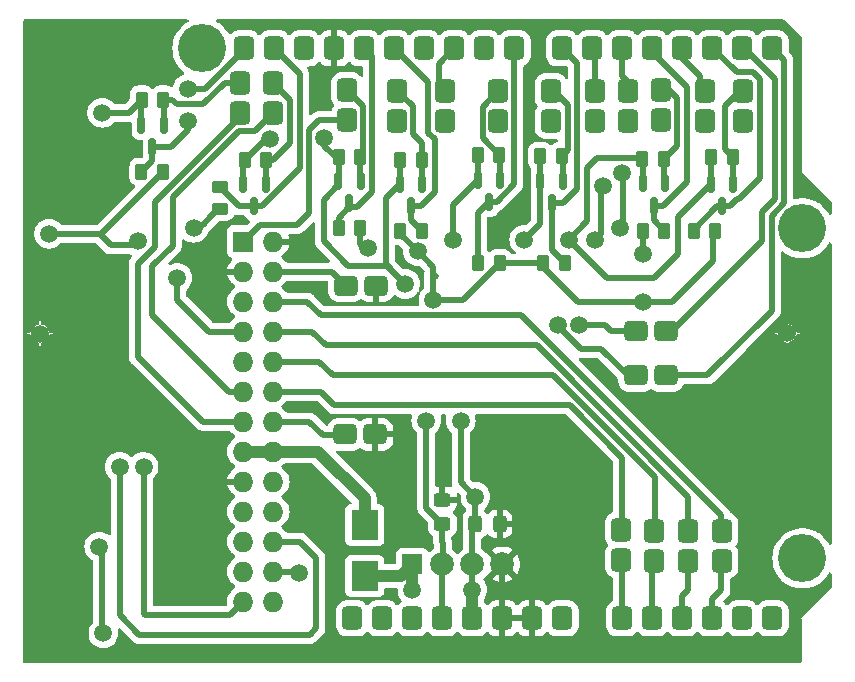
<source format=gbr>
G04 #@! TF.GenerationSoftware,KiCad,Pcbnew,7.0.7*
G04 #@! TF.CreationDate,2023-11-15T19:24:14-03:00*
G04 #@! TF.ProjectId,veiculo_MLK05Z,76656963-756c-46f5-9f4d-4c4b30355a2e,rev?*
G04 #@! TF.SameCoordinates,PX69db9c0PY79d4f70*
G04 #@! TF.FileFunction,Copper,L2,Bot*
G04 #@! TF.FilePolarity,Positive*
%FSLAX46Y46*%
G04 Gerber Fmt 4.6, Leading zero omitted, Abs format (unit mm)*
G04 Created by KiCad (PCBNEW 7.0.7) date 2023-11-15 19:24:14*
%MOMM*%
%LPD*%
G01*
G04 APERTURE LIST*
G04 Aperture macros list*
%AMRoundRect*
0 Rectangle with rounded corners*
0 $1 Rounding radius*
0 $2 $3 $4 $5 $6 $7 $8 $9 X,Y pos of 4 corners*
0 Add a 4 corners polygon primitive as box body*
4,1,4,$2,$3,$4,$5,$6,$7,$8,$9,$2,$3,0*
0 Add four circle primitives for the rounded corners*
1,1,$1+$1,$2,$3*
1,1,$1+$1,$4,$5*
1,1,$1+$1,$6,$7*
1,1,$1+$1,$8,$9*
0 Add four rect primitives between the rounded corners*
20,1,$1+$1,$2,$3,$4,$5,0*
20,1,$1+$1,$4,$5,$6,$7,0*
20,1,$1+$1,$6,$7,$8,$9,0*
20,1,$1+$1,$8,$9,$2,$3,0*%
G04 Aperture macros list end*
G04 #@! TA.AperFunction,ComponentPad*
%ADD10RoundRect,0.431800X-0.431800X-0.584200X0.431800X-0.584200X0.431800X0.584200X-0.431800X0.584200X0*%
G04 #@! TD*
G04 #@! TA.AperFunction,ComponentPad*
%ADD11C,4.064000*%
G04 #@! TD*
G04 #@! TA.AperFunction,ComponentPad*
%ADD12R,1.700000X1.700000*%
G04 #@! TD*
G04 #@! TA.AperFunction,ComponentPad*
%ADD13C,2.000000*%
G04 #@! TD*
G04 #@! TA.AperFunction,ComponentPad*
%ADD14RoundRect,0.431800X0.431800X0.584200X-0.431800X0.584200X-0.431800X-0.584200X0.431800X-0.584200X0*%
G04 #@! TD*
G04 #@! TA.AperFunction,ComponentPad*
%ADD15RoundRect,0.431800X-0.584200X0.431800X-0.584200X-0.431800X0.584200X-0.431800X0.584200X0.431800X0*%
G04 #@! TD*
G04 #@! TA.AperFunction,ComponentPad*
%ADD16RoundRect,0.431800X0.584200X-0.431800X0.584200X0.431800X-0.584200X0.431800X-0.584200X-0.431800X0*%
G04 #@! TD*
G04 #@! TA.AperFunction,ComponentPad*
%ADD17R,1.727200X1.727200*%
G04 #@! TD*
G04 #@! TA.AperFunction,ComponentPad*
%ADD18O,1.727200X1.727200*%
G04 #@! TD*
G04 #@! TA.AperFunction,SMDPad,CuDef*
%ADD19RoundRect,0.250000X-0.325000X-0.450000X0.325000X-0.450000X0.325000X0.450000X-0.325000X0.450000X0*%
G04 #@! TD*
G04 #@! TA.AperFunction,SMDPad,CuDef*
%ADD20RoundRect,0.250000X0.450000X-0.325000X0.450000X0.325000X-0.450000X0.325000X-0.450000X-0.325000X0*%
G04 #@! TD*
G04 #@! TA.AperFunction,SMDPad,CuDef*
%ADD21R,2.300000X2.500000*%
G04 #@! TD*
G04 #@! TA.AperFunction,SMDPad,CuDef*
%ADD22RoundRect,0.250000X-0.262500X-0.450000X0.262500X-0.450000X0.262500X0.450000X-0.262500X0.450000X0*%
G04 #@! TD*
G04 #@! TA.AperFunction,SMDPad,CuDef*
%ADD23RoundRect,0.150000X-0.150000X0.587500X-0.150000X-0.587500X0.150000X-0.587500X0.150000X0.587500X0*%
G04 #@! TD*
G04 #@! TA.AperFunction,SMDPad,CuDef*
%ADD24RoundRect,0.250000X0.450000X-0.262500X0.450000X0.262500X-0.450000X0.262500X-0.450000X-0.262500X0*%
G04 #@! TD*
G04 #@! TA.AperFunction,SMDPad,CuDef*
%ADD25RoundRect,0.250000X0.262500X0.450000X-0.262500X0.450000X-0.262500X-0.450000X0.262500X-0.450000X0*%
G04 #@! TD*
G04 #@! TA.AperFunction,ViaPad*
%ADD26C,1.500000*%
G04 #@! TD*
G04 #@! TA.AperFunction,Conductor*
%ADD27C,0.500000*%
G04 #@! TD*
G04 #@! TA.AperFunction,Conductor*
%ADD28C,0.508000*%
G04 #@! TD*
G04 #@! TA.AperFunction,Conductor*
%ADD29C,1.000000*%
G04 #@! TD*
G04 #@! TA.AperFunction,Conductor*
%ADD30C,0.250000*%
G04 #@! TD*
G04 APERTURE END LIST*
D10*
X27938000Y3925000D03*
X30478000Y3925000D03*
X33018000Y3925000D03*
X35558000Y3925000D03*
X38098000Y3925000D03*
X40638000Y3925000D03*
X43178000Y3925000D03*
X45718000Y3925000D03*
X50798000Y3925000D03*
X53338000Y3925000D03*
X55878000Y3925000D03*
X58418000Y3925000D03*
X60958000Y3925000D03*
X63498000Y3925000D03*
X18794000Y52185000D03*
X21334000Y52185000D03*
X23874000Y52185000D03*
X26414000Y52185000D03*
X28954000Y52185000D03*
X31494000Y52185000D03*
X34034000Y52185000D03*
X36574000Y52185000D03*
X39114000Y52185000D03*
X41654000Y52185000D03*
X45718000Y52185000D03*
X48258000Y52185000D03*
X50798000Y52185000D03*
X53338000Y52185000D03*
X55878000Y52185000D03*
X58418000Y52185000D03*
X60958000Y52185000D03*
X63498000Y52185000D03*
D11*
X15238000Y52185000D03*
X66038000Y36945000D03*
X66038000Y9005000D03*
D12*
X33018000Y8497000D03*
D13*
X35558000Y8497000D03*
X38098000Y8497000D03*
X40638000Y8497000D03*
D14*
X51258000Y46065000D03*
X51258000Y48605000D03*
X31750000Y46075000D03*
X31750000Y48615000D03*
X57750000Y46035000D03*
X57750000Y48575000D03*
X27500000Y46095000D03*
X27500000Y48635000D03*
X54098000Y46085000D03*
X54098000Y48625000D03*
X44750000Y46035000D03*
X44750000Y48575000D03*
X40250000Y46005000D03*
X40250000Y48545000D03*
X18428000Y46730000D03*
X18428000Y49270000D03*
X21250000Y46710000D03*
X21250000Y49250000D03*
D15*
X29868000Y19495000D03*
X27328000Y19495000D03*
X29948000Y32105000D03*
X27408000Y32105000D03*
D10*
X59248000Y11355000D03*
X59248000Y8815000D03*
X53488000Y11345000D03*
X53488000Y8805000D03*
X56358000Y11345000D03*
X56358000Y8805000D03*
D14*
X61000000Y46035000D03*
X61000000Y48575000D03*
X35750000Y46055000D03*
X35750000Y48595000D03*
X48458000Y46065000D03*
X48458000Y48605000D03*
D16*
X51975000Y28250000D03*
X54515000Y28250000D03*
D10*
X50718000Y11425000D03*
X50718000Y8885000D03*
D16*
X51938000Y24500000D03*
X54478000Y24500000D03*
D17*
X18707640Y35832480D03*
D18*
X21247640Y35832480D03*
X18707640Y33292480D03*
X21247640Y33292480D03*
X18707640Y30752480D03*
X21247640Y30752480D03*
X18707640Y28212480D03*
X21247640Y28212480D03*
X18707640Y25672480D03*
X21247640Y25672480D03*
X18707640Y23132480D03*
X21247640Y23132480D03*
X18707640Y20592480D03*
X21247640Y20592480D03*
X18707640Y18052480D03*
X21247640Y18052480D03*
X18707640Y15512480D03*
X21247640Y15512480D03*
X18707640Y12972480D03*
X21247640Y12972480D03*
X18707640Y10432480D03*
X21247640Y10432480D03*
X18707640Y7892480D03*
X21247640Y7892480D03*
X18707640Y5352480D03*
X21247640Y5352480D03*
D19*
X38343000Y11926000D03*
X40393000Y11926000D03*
D20*
X35558000Y11917000D03*
X35558000Y13967000D03*
D21*
X28979400Y7528100D03*
X28979400Y11828100D03*
D22*
X52500000Y36750000D03*
X54325000Y36750000D03*
X52475000Y42850000D03*
X54300000Y42850000D03*
D23*
X52500000Y40750000D03*
X54400000Y40750000D03*
X53450000Y38875000D03*
X31962500Y40725000D03*
X33862500Y40725000D03*
X32912500Y38850000D03*
D22*
X10100000Y47837500D03*
X11925000Y47837500D03*
D23*
X38556250Y41050000D03*
X40456250Y41050000D03*
X39506250Y39175000D03*
D22*
X58337500Y43000000D03*
X60162500Y43000000D03*
X43837500Y43065000D03*
X45662500Y43065000D03*
D23*
X18687500Y40687500D03*
X20587500Y40687500D03*
X19637500Y38812500D03*
X58300000Y40687500D03*
X60200000Y40687500D03*
X59250000Y38812500D03*
D22*
X32000000Y36750000D03*
X33825000Y36750000D03*
D24*
X16750000Y38587500D03*
X16750000Y40412500D03*
D25*
X28600000Y37000000D03*
X26775000Y37000000D03*
D22*
X32000000Y42750000D03*
X33825000Y42750000D03*
D23*
X10050000Y45712500D03*
X11950000Y45712500D03*
X11000000Y43837500D03*
D22*
X38543750Y43150000D03*
X40368750Y43150000D03*
D25*
X40412500Y34000000D03*
X38587500Y34000000D03*
D22*
X18837500Y42750000D03*
X20662500Y42750000D03*
D23*
X26737500Y40937500D03*
X28637500Y40937500D03*
X27687500Y39062500D03*
X43850000Y40940000D03*
X45750000Y40940000D03*
X44800000Y39065000D03*
D22*
X26775000Y43000000D03*
X28600000Y43000000D03*
D25*
X11900000Y41737500D03*
X10075000Y41737500D03*
X58662500Y36750000D03*
X56837500Y36750000D03*
D22*
X44087500Y34000000D03*
X45912500Y34000000D03*
D26*
X38098000Y6338000D03*
X2250000Y36500000D03*
X34800000Y30887300D03*
X33499866Y34997204D03*
X38352000Y14212000D03*
X29250000Y35250000D03*
X52500000Y30750000D03*
X14500000Y37000000D03*
X33018000Y6338000D03*
X37100000Y20650000D03*
X52500000Y34750000D03*
X9808300Y35875000D03*
X64768000Y28055000D03*
X1445700Y28000000D03*
X21000000Y44500000D03*
X36443750Y36000000D03*
X32400000Y32250000D03*
X46250000Y36000000D03*
X42500000Y36000000D03*
X25569647Y44559500D03*
X6750000Y46750000D03*
X34200000Y20650000D03*
X47141303Y28750000D03*
X6500000Y10000000D03*
X6856000Y2655000D03*
X13113100Y32750000D03*
X50570400Y37004500D03*
X50764768Y41625632D03*
X45337000Y28750000D03*
X49124500Y40500000D03*
X23442200Y7735000D03*
X48500000Y36000000D03*
X8250000Y16750000D03*
X10250000Y16750000D03*
X14000000Y48750000D03*
X14000000Y46070700D03*
D27*
X16587500Y38587500D02*
X16000000Y38000000D01*
X6625000Y36375000D02*
X7500000Y35500000D01*
X33499866Y35000134D02*
X32000000Y36500000D01*
D28*
X38343000Y12726000D02*
X38352000Y12735000D01*
D29*
X32916400Y8598600D02*
X33018000Y8497000D01*
D27*
X40412500Y34000000D02*
X43750000Y34000000D01*
X29250000Y35000000D02*
X29250000Y35000000D01*
X32000000Y36500000D02*
X32000000Y36750000D01*
D28*
X38352000Y12735000D02*
X38352000Y14212000D01*
X37100000Y15464000D02*
X37100000Y20650000D01*
D27*
X34800000Y30887300D02*
X37325459Y30887300D01*
X28600000Y35650000D02*
X29000000Y35250000D01*
D30*
X15250000Y37250000D02*
X15000000Y37000000D01*
D27*
X16000000Y38000000D02*
X15250000Y37250000D01*
X55000000Y30750000D02*
X58450000Y34200000D01*
D29*
X32049100Y7528100D02*
X33018000Y8497000D01*
D28*
X34800000Y32750000D02*
X35000000Y32950000D01*
D27*
X11701200Y41538700D02*
X11900000Y41737500D01*
X52500000Y36750000D02*
X52500000Y34750000D01*
X29250000Y35250000D02*
X29250000Y35000000D01*
X2250000Y36500000D02*
X6250000Y36500000D01*
D30*
X14500000Y37000000D02*
X14750000Y37000000D01*
D27*
X28600000Y36650000D02*
X28600000Y35650000D01*
D30*
X16750000Y38587500D02*
X16587500Y38587500D01*
D27*
X11900000Y41711841D02*
X11900000Y41737500D01*
X28700000Y36750000D02*
X28600000Y36650000D01*
D29*
X28979400Y7528100D02*
X32049100Y7528100D01*
X38098000Y6338000D02*
X38098000Y3925000D01*
D27*
X40412500Y33974341D02*
X40412500Y34000000D01*
X33499866Y34997204D02*
X33499866Y35000134D01*
D29*
X33018000Y8497000D02*
X33018000Y6338000D01*
D27*
X7500000Y35500000D02*
X9433300Y35500000D01*
D28*
X34800000Y30887300D02*
X34800000Y32750000D01*
D27*
X9433300Y35500000D02*
X9808300Y35875000D01*
X47000000Y30750000D02*
X52500000Y30750000D01*
D30*
X15000000Y37000000D02*
X14500000Y37000000D01*
D27*
X43750000Y34000000D02*
X47000000Y30750000D01*
X29000000Y35250000D02*
X29250000Y35250000D01*
D28*
X38343000Y11926000D02*
X38343000Y12726000D01*
X38352000Y14212000D02*
X37100000Y15464000D01*
D27*
X34800000Y33700000D02*
X34800000Y30887300D01*
D28*
X34800000Y30887300D02*
X34800000Y33200923D01*
D27*
X33502796Y34997204D02*
X34800000Y33700000D01*
X58450000Y34200000D02*
X58450000Y36750000D01*
X33499866Y34997204D02*
X33502796Y34997204D01*
X6688159Y36500000D02*
X11900000Y41711841D01*
X37325459Y30887300D02*
X40412500Y33974341D01*
D28*
X38098000Y8497000D02*
X38098000Y11917000D01*
D27*
X6250000Y36500000D02*
X6688159Y36500000D01*
X52500000Y30750000D02*
X55000000Y30750000D01*
D28*
X38098000Y8497000D02*
X38098000Y3925000D01*
X40638000Y3925000D02*
X40638000Y8497000D01*
X40638000Y11681000D02*
X40393000Y11926000D01*
X42500000Y36000000D02*
X43850000Y37350000D01*
D30*
X31962500Y40725000D02*
X31962500Y40637500D01*
X20587500Y44500000D02*
X21000000Y44500000D01*
D28*
X30900000Y33750000D02*
X27600000Y33750000D01*
D27*
X47820200Y37570200D02*
X47820200Y42070200D01*
X46250000Y36000000D02*
X47820200Y37570200D01*
D30*
X43850000Y43052500D02*
X43837500Y43065000D01*
D27*
X43850000Y40940000D02*
X43850000Y43052500D01*
X55500000Y34750000D02*
X55500000Y37887500D01*
X53500000Y32750000D02*
X55500000Y34750000D01*
D28*
X35558000Y10375000D02*
X35600000Y10350000D01*
D30*
X26775000Y40662500D02*
X26737500Y40625000D01*
D28*
X18687500Y40687500D02*
X18687500Y42600000D01*
D30*
X10050000Y47787500D02*
X10100000Y47837500D01*
D27*
X49500000Y32750000D02*
X53500000Y32750000D01*
X30750000Y33900000D02*
X30750000Y39512500D01*
X30750000Y39512500D02*
X31962500Y40725000D01*
D28*
X25500000Y39387500D02*
X26737500Y40625000D01*
D27*
X18837500Y42750000D02*
X20587500Y44500000D01*
X32400000Y32250000D02*
X30750000Y33900000D01*
D30*
X38543750Y41062500D02*
X38556250Y41050000D01*
D28*
X34200000Y13275000D02*
X34200000Y20250000D01*
D27*
X55500000Y37887500D02*
X58300000Y40687500D01*
D28*
X36443750Y36000000D02*
X36443750Y38937500D01*
D27*
X10050000Y45712500D02*
X10050000Y47787500D01*
X48679800Y42929800D02*
X52395200Y42929800D01*
D30*
X52500000Y42825000D02*
X52475000Y42850000D01*
D28*
X36443750Y38937500D02*
X38556250Y41050000D01*
X18687500Y42600000D02*
X18837500Y42750000D01*
D27*
X6750000Y46750000D02*
X9012500Y46750000D01*
D28*
X35558000Y11917000D02*
X35558000Y10375000D01*
D27*
X47820200Y42070200D02*
X48679800Y42929800D01*
X32000000Y42850000D02*
X32000000Y40762500D01*
X38543750Y43150000D02*
X38543750Y41062500D01*
D28*
X25500000Y35850000D02*
X25500000Y39387500D01*
X32400000Y32250000D02*
X30900000Y33750000D01*
D27*
X26775000Y42750000D02*
X26775000Y40662500D01*
X58337500Y43000000D02*
X58337500Y40725000D01*
X9012500Y46750000D02*
X10100000Y47837500D01*
X52500000Y40750000D02*
X52500000Y42825000D01*
D28*
X43850000Y37350000D02*
X43850000Y40940000D01*
X27600000Y33750000D02*
X25500000Y35850000D01*
D30*
X32000000Y40762500D02*
X31962500Y40725000D01*
X52395200Y42929800D02*
X52475000Y42850000D01*
D28*
X35558000Y11917000D02*
X34200000Y13275000D01*
X34200000Y20650000D02*
X34200000Y20750000D01*
D27*
X25569647Y43955353D02*
X26775000Y42750000D01*
D28*
X34200000Y20250000D02*
X34200000Y20650000D01*
D27*
X46250000Y36000000D02*
X49500000Y32750000D01*
X25569647Y44559500D02*
X25569647Y43955353D01*
D30*
X58337500Y40725000D02*
X58300000Y40687500D01*
D28*
X35558000Y3925000D02*
X35558000Y8497000D01*
X35600000Y10350000D02*
X35558000Y8497000D01*
D27*
X20662500Y42750000D02*
X21250000Y42750000D01*
X22668400Y44168400D02*
X22668400Y47831600D01*
X22668400Y47831600D02*
X21250000Y49250000D01*
X21250000Y42750000D02*
X22668400Y44168400D01*
X20587500Y40687500D02*
X20587500Y42675000D01*
D30*
X20587500Y42675000D02*
X20662500Y42750000D01*
D28*
X58418000Y3925000D02*
X58418000Y5576000D01*
X58418000Y5576000D02*
X59180000Y6338000D01*
X59180000Y6338000D02*
X59180000Y8751000D01*
X24097520Y30752480D02*
X25271000Y29579000D01*
X59180000Y12649000D02*
X59180000Y11291000D01*
X42250000Y29579000D02*
X59180000Y12649000D01*
X25271000Y29579000D02*
X42250000Y29579000D01*
X21247640Y30752480D02*
X24097520Y30752480D01*
D27*
X29631400Y51507600D02*
X28954000Y52185000D01*
X26775000Y37837500D02*
X27687500Y38750000D01*
X26775000Y36650000D02*
X26775000Y37837500D01*
X27687500Y38750000D02*
X28319961Y38750000D01*
X29631400Y40061439D02*
X29631400Y51507600D01*
X28319961Y38750000D02*
X29631400Y40061439D01*
X32912500Y38850000D02*
X33721738Y38850000D01*
X34331600Y45062137D02*
X34331600Y49347400D01*
X34909537Y44484200D02*
X34331600Y45062137D01*
X34909537Y40037799D02*
X34909537Y44484200D01*
X32912500Y37662500D02*
X33825000Y36750000D01*
X32912500Y38850000D02*
X32912500Y37662500D01*
X33825000Y36724341D02*
X33825000Y36750000D01*
X33721738Y38850000D02*
X34909537Y40037799D01*
X34331600Y49347400D02*
X31494000Y52185000D01*
D28*
X35250000Y48595000D02*
X35250000Y50861000D01*
X35250000Y50861000D02*
X36574000Y52185000D01*
D27*
X39506250Y39175000D02*
X40138711Y39175000D01*
X38587500Y34000000D02*
X38587500Y38256250D01*
X38587500Y38256250D02*
X39506250Y39175000D01*
X41654000Y40690289D02*
X41654000Y52185000D01*
X40138711Y39175000D02*
X41654000Y40690289D01*
X45662500Y34250000D02*
X45154800Y34757700D01*
X45154800Y34757700D02*
X45154800Y34783359D01*
D28*
X46977200Y50925800D02*
X46977200Y40312100D01*
X45718000Y52185000D02*
X46977200Y50925800D01*
X46977200Y40312100D02*
X45730100Y39065000D01*
X45730100Y39065000D02*
X44800000Y39065000D01*
X45591000Y52058000D02*
X45718000Y52185000D01*
D27*
X44800000Y35138159D02*
X44800000Y39065000D01*
X45154800Y34783359D02*
X44800000Y35138159D01*
D28*
X48512000Y48121000D02*
X48512000Y51931000D01*
X48512000Y51931000D02*
X48258000Y52185000D01*
X51306000Y49323081D02*
X50798000Y49831081D01*
X50798000Y49831081D02*
X50798000Y52185000D01*
X51306000Y48121000D02*
X51306000Y49323081D01*
D30*
X53338000Y51852960D02*
X53338000Y52185000D01*
D27*
X53450000Y37625000D02*
X54325000Y36750000D01*
X53450000Y38875000D02*
X53450000Y37625000D01*
X56250000Y48940960D02*
X53338000Y51852960D01*
X56250000Y40865762D02*
X56250000Y48940960D01*
X53450000Y38875000D02*
X54259238Y38875000D01*
X54259238Y38875000D02*
X56250000Y40865762D01*
D28*
X57402000Y48756000D02*
X57402000Y49848000D01*
X57402000Y49848000D02*
X55878000Y51372000D01*
X55878000Y51372000D02*
X55878000Y52185000D01*
D27*
X60465161Y39395200D02*
X60641938Y39395200D01*
X62418400Y41171662D02*
X62418400Y49567863D01*
X59882461Y38812500D02*
X60465161Y39395200D01*
X59250000Y38812500D02*
X58838618Y38812500D01*
X60641938Y39395200D02*
X62418400Y41171662D01*
X60457200Y50145800D02*
X58418000Y52185000D01*
X58838618Y38812500D02*
X56776118Y36750000D01*
D30*
X56776118Y36750000D02*
X56625000Y36750000D01*
D27*
X61840463Y50145800D02*
X60457200Y50145800D01*
X62418400Y49567863D02*
X61840463Y50145800D01*
X59250000Y38812500D02*
X59882461Y38812500D01*
D28*
X61065000Y52185000D02*
X63687200Y49562800D01*
X60958000Y52185000D02*
X61065000Y52185000D01*
X62634400Y35884400D02*
X55000000Y28250000D01*
X55000000Y28250000D02*
X54515000Y28250000D01*
X62634400Y38354817D02*
X62634400Y35884400D01*
X63687200Y49562800D02*
X63687200Y39407617D01*
X63687200Y39407617D02*
X62634400Y38354817D01*
X63447200Y29947200D02*
X63447200Y38018145D01*
X64500000Y51183000D02*
X63498000Y52185000D01*
X58000000Y24500000D02*
X63447200Y29947200D01*
X54478000Y24500000D02*
X58000000Y24500000D01*
X63447200Y38018145D02*
X64500000Y39070945D01*
X64500000Y39070945D02*
X64500000Y51183000D01*
X50798000Y8751000D02*
X50798000Y3925000D01*
X53338000Y3925000D02*
X53338000Y8497000D01*
X53338000Y8497000D02*
X53592000Y8751000D01*
X55878000Y3925000D02*
X55878000Y5830000D01*
X56386000Y6338000D02*
X56386000Y8751000D01*
X55878000Y5830000D02*
X56386000Y6338000D01*
X55878000Y3925000D02*
X55878000Y5449000D01*
X21247640Y28212480D02*
X24534400Y28212480D01*
X25707880Y27039000D02*
X43571972Y27039000D01*
X24534400Y28212480D02*
X25707880Y27039000D01*
X56386000Y12649000D02*
X56386000Y11291000D01*
X56386000Y14224972D02*
X56386000Y12649000D01*
X43571972Y27039000D02*
X56386000Y14224972D01*
X9750000Y26090640D02*
X9750000Y33965777D01*
X18428000Y46409184D02*
X18428000Y46730000D01*
X11183800Y35399577D02*
X11183800Y39164984D01*
X15248160Y20592480D02*
X9750000Y26090640D01*
X11183800Y39164984D02*
X18428000Y46409184D01*
X18707640Y20592480D02*
X15248160Y20592480D01*
X9750000Y33965777D02*
X11183800Y35399577D01*
X44962486Y24499000D02*
X26302240Y24499000D01*
X53592000Y15869486D02*
X44962486Y24499000D01*
X25128760Y25672480D02*
X26302240Y24499000D01*
X21247640Y25672480D02*
X25128760Y25672480D01*
X53592000Y11291000D02*
X53592000Y15869486D01*
D27*
X11000000Y33750000D02*
X12742600Y35492600D01*
D30*
X21250000Y46710000D02*
X20642486Y46710000D01*
D27*
X12742600Y39574312D02*
X18323488Y45155200D01*
X12742600Y35492600D02*
X12742600Y39574312D01*
X18707640Y23132480D02*
X17486326Y23132480D01*
X18323488Y45155200D02*
X19695200Y45155200D01*
X17486326Y23132480D02*
X11000000Y29618806D01*
X11000000Y29618806D02*
X11000000Y33750000D01*
X19695200Y45155200D02*
X21250000Y46710000D01*
D28*
X49840500Y28250000D02*
X51975000Y28250000D01*
X49340500Y28750000D02*
X49840500Y28250000D01*
X47141303Y28750000D02*
X49340500Y28750000D01*
X6750000Y9750000D02*
X6750000Y2761000D01*
X6750000Y2761000D02*
X6856000Y2655000D01*
X6500000Y10000000D02*
X6750000Y9750000D01*
X15787520Y28212480D02*
X18707640Y28212480D01*
X50840419Y37274519D02*
X50570400Y37004500D01*
X50840419Y41549981D02*
X50840419Y37274519D01*
X13113100Y32750000D02*
X13113100Y30886900D01*
X13113100Y30886900D02*
X15787520Y28212480D01*
X50764768Y41625632D02*
X50840419Y41549981D01*
X45337000Y28663000D02*
X47250000Y26750000D01*
X49000000Y26750000D02*
X51250000Y24500000D01*
X45337000Y28750000D02*
X45337000Y28663000D01*
X47250000Y26750000D02*
X49000000Y26750000D01*
X51250000Y24500000D02*
X51938000Y24500000D01*
X49000000Y40375500D02*
X49000000Y36500000D01*
X49000000Y36500000D02*
X48500000Y36000000D01*
X21247640Y7892480D02*
X23284720Y7892480D01*
X49124500Y40500000D02*
X49000000Y40375500D01*
X23284720Y7892480D02*
X23442200Y7735000D01*
X20130040Y37254880D02*
X18707640Y35832480D01*
X24261347Y45272423D02*
X24261347Y38261347D01*
X23254880Y37254880D02*
X20130040Y37254880D01*
X27500000Y46095000D02*
X25083924Y46095000D01*
X25083924Y46095000D02*
X24261347Y45272423D01*
X18707640Y35832640D02*
X18707640Y35832480D01*
X24261347Y38261347D02*
X23254880Y37254880D01*
X21247640Y23132480D02*
X22468954Y23132480D01*
X46353000Y21959000D02*
X50798000Y17514000D01*
X25245600Y23127400D02*
X26414000Y21959000D01*
X26414000Y21959000D02*
X46353000Y21959000D01*
X22474034Y23127400D02*
X25245600Y23127400D01*
X50798000Y17514000D02*
X50798000Y11291000D01*
X22468954Y23132480D02*
X22474034Y23127400D01*
X8250000Y16750000D02*
X8250000Y4182000D01*
X24890000Y3103919D02*
X24890000Y9010080D01*
X24314081Y2528000D02*
X24890000Y3103919D01*
X23467600Y10432480D02*
X21247640Y10432480D01*
X9904000Y2528000D02*
X24314081Y2528000D01*
X8250000Y4182000D02*
X9904000Y2528000D01*
X24890000Y9010080D02*
X23467600Y10432480D01*
X10412000Y4179000D02*
X17534160Y4179000D01*
X10250000Y16750000D02*
X10250000Y4341000D01*
X10250000Y4341000D02*
X10412000Y4179000D01*
X17534160Y4179000D02*
X18707640Y5352480D01*
X26220520Y33292480D02*
X27408000Y32105000D01*
X21247640Y33292480D02*
X26220520Y33292480D01*
X21247640Y20592480D02*
X24280400Y20592480D01*
X24280400Y20592480D02*
X25453880Y19419000D01*
X25453880Y19419000D02*
X27176000Y19419000D01*
D27*
X15461288Y48750000D02*
X18794000Y52082712D01*
X18794000Y52082712D02*
X18794000Y52185000D01*
X14000000Y46070700D02*
X14000000Y45255039D01*
X14000000Y48750000D02*
X15461288Y48750000D01*
D30*
X10075000Y41737500D02*
X9941000Y41737500D01*
D27*
X11000000Y42662500D02*
X10075000Y41737500D01*
X11000000Y43837500D02*
X11000000Y42662500D01*
X14000000Y45255039D02*
X12582461Y43837500D01*
X12582461Y43837500D02*
X11000000Y43837500D01*
X19637500Y38812500D02*
X20269961Y38812500D01*
X18350000Y38812500D02*
X19637500Y38812500D01*
X23500000Y50019000D02*
X21334000Y52185000D01*
X16750000Y40412500D02*
X18350000Y38812500D01*
X20269961Y38812500D02*
X23500000Y42042539D01*
X23500000Y42042539D02*
X23500000Y50019000D01*
X15294648Y47445200D02*
X13054800Y47445200D01*
X17119448Y49270000D02*
X15294648Y47445200D01*
X18428000Y49270000D02*
X17119448Y49270000D01*
X13054800Y47445200D02*
X12662500Y47837500D01*
X12662500Y47837500D02*
X11925000Y47837500D01*
X11950000Y45712500D02*
X11950000Y47812500D01*
D30*
X11950000Y47812500D02*
X11925000Y47837500D01*
D29*
X25005020Y18052480D02*
X28979400Y14078100D01*
X28979400Y14078100D02*
X28979400Y11828100D01*
X21247640Y18052480D02*
X25005020Y18052480D01*
X18707640Y18052480D02*
X21247640Y18052480D01*
D27*
X60200000Y40687500D02*
X60200000Y42962500D01*
X59456600Y47281600D02*
X60750000Y48575000D01*
X59456600Y43705900D02*
X59456600Y47281600D01*
D30*
X60200000Y42962500D02*
X60162500Y43000000D01*
D27*
X60162500Y43000000D02*
X59456600Y43705900D01*
D30*
X40456250Y43062500D02*
X40368750Y43150000D01*
D27*
X38956600Y44562150D02*
X38956600Y47251600D01*
X40368750Y43150000D02*
X38956600Y44562150D01*
X40456250Y41050000D02*
X40456250Y43062500D01*
X38956600Y47251600D02*
X40250000Y48545000D01*
X46168400Y43570900D02*
X46168400Y47406600D01*
X46168400Y47406600D02*
X45000000Y48575000D01*
D30*
X45750000Y42977500D02*
X45662500Y43065000D01*
D27*
X45750000Y40940000D02*
X45750000Y42977500D01*
X45662500Y43065000D02*
X46168400Y43570900D01*
X55391400Y43941400D02*
X55391400Y48017400D01*
X55391400Y48017400D02*
X54783800Y48625000D01*
D30*
X54300000Y40850000D02*
X54400000Y40750000D01*
D27*
X54300000Y42850000D02*
X55391400Y43941400D01*
X54300000Y42850000D02*
X54300000Y40850000D01*
X28793400Y42943400D02*
X28793400Y47341600D01*
X28793400Y47341600D02*
X27500000Y48635000D01*
D30*
X28600000Y42750000D02*
X28793400Y42943400D01*
D27*
X28600000Y42750000D02*
X28600000Y40662500D01*
D30*
X28600000Y40662500D02*
X28637500Y40625000D01*
D28*
X31240000Y48121000D02*
X31240000Y49323081D01*
D30*
X33825000Y40762500D02*
X33862500Y40725000D01*
D27*
X33825000Y42850000D02*
X33825000Y40762500D01*
X33043400Y47321600D02*
X31750000Y48615000D01*
X33043400Y44969100D02*
X33043400Y47321600D01*
X33825000Y44187500D02*
X33043400Y44969100D01*
X33825000Y42850000D02*
X33825000Y44187500D01*
G04 #@! TA.AperFunction,Conductor*
G36*
X1366621Y27959498D02*
G01*
X1413114Y27905842D01*
X1424500Y27853500D01*
X1424500Y27640447D01*
X1404498Y27572326D01*
X1350842Y27525833D01*
X1280568Y27515729D01*
X1250284Y27524038D01*
X1219743Y27536688D01*
X1191258Y27553132D01*
X1095135Y27626891D01*
X1071890Y27650136D01*
X998130Y27746261D01*
X981687Y27774742D01*
X969037Y27805282D01*
X961448Y27875872D01*
X993227Y27939359D01*
X1054286Y27975586D01*
X1085446Y27979500D01*
X1298500Y27979500D01*
X1366621Y27959498D01*
G37*
G04 #@! TD.AperFunction*
G04 #@! TA.AperFunction,Conductor*
G36*
X1982675Y27959498D02*
G01*
X2029168Y27905842D01*
X2039272Y27835568D01*
X2030963Y27805282D01*
X2027230Y27796271D01*
X2018311Y27774739D01*
X2001865Y27746256D01*
X1928112Y27650140D01*
X1904860Y27626888D01*
X1825575Y27566049D01*
X1808744Y27553134D01*
X1780258Y27536688D01*
X1749718Y27524038D01*
X1679128Y27516449D01*
X1615641Y27548228D01*
X1579414Y27609287D01*
X1575500Y27640447D01*
X1575500Y27853500D01*
X1595502Y27921621D01*
X1649158Y27968114D01*
X1701500Y27979500D01*
X1914554Y27979500D01*
X1982675Y27959498D01*
G37*
G04 #@! TD.AperFunction*
G04 #@! TA.AperFunction,Conductor*
G36*
X1384360Y28561772D02*
G01*
X1420587Y28500713D01*
X1424500Y28469554D01*
X1424500Y28256500D01*
X1404498Y28188379D01*
X1350842Y28141886D01*
X1298500Y28130500D01*
X1085446Y28130500D01*
X1017325Y28150502D01*
X970832Y28204158D01*
X960728Y28274432D01*
X969037Y28304716D01*
X981687Y28335257D01*
X998127Y28363737D01*
X1071894Y28459870D01*
X1095130Y28483106D01*
X1191263Y28556873D01*
X1219743Y28573313D01*
X1250284Y28585963D01*
X1320873Y28593552D01*
X1384360Y28561772D01*
G37*
G04 #@! TD.AperFunction*
G04 #@! TA.AperFunction,Conductor*
G36*
X1749717Y28585964D02*
G01*
X1754051Y28584168D01*
X1780258Y28573313D01*
X1808739Y28556870D01*
X1904864Y28483110D01*
X1928109Y28459865D01*
X2001868Y28363742D01*
X2018311Y28335261D01*
X2030962Y28304720D01*
X2038552Y28234130D01*
X2006774Y28170643D01*
X1945716Y28134414D01*
X1914554Y28130500D01*
X1701500Y28130500D01*
X1633379Y28150502D01*
X1586886Y28204158D01*
X1575500Y28256500D01*
X1575500Y28469554D01*
X1595502Y28537675D01*
X1649158Y28584168D01*
X1719432Y28594272D01*
X1749717Y28585964D01*
G37*
G04 #@! TD.AperFunction*
G04 #@! TA.AperFunction,Conductor*
G36*
X64634621Y27959498D02*
G01*
X64681114Y27905842D01*
X64692500Y27853500D01*
X64692500Y27640447D01*
X64672498Y27572326D01*
X64618842Y27525833D01*
X64548568Y27515729D01*
X64518284Y27524038D01*
X64487743Y27536688D01*
X64459258Y27553132D01*
X64363135Y27626891D01*
X64339890Y27650136D01*
X64266130Y27746261D01*
X64249687Y27774742D01*
X64237037Y27805282D01*
X64229448Y27875872D01*
X64261227Y27939359D01*
X64322286Y27975586D01*
X64353446Y27979500D01*
X64566500Y27979500D01*
X64634621Y27959498D01*
G37*
G04 #@! TD.AperFunction*
G04 #@! TA.AperFunction,Conductor*
G36*
X65250675Y27959498D02*
G01*
X65297168Y27905842D01*
X65307272Y27835568D01*
X65298963Y27805282D01*
X65295230Y27796271D01*
X65286311Y27774739D01*
X65269865Y27746256D01*
X65196112Y27650140D01*
X65172860Y27626888D01*
X65093575Y27566049D01*
X65076744Y27553134D01*
X65048258Y27536688D01*
X65017718Y27524038D01*
X64947128Y27516449D01*
X64883641Y27548228D01*
X64847414Y27609287D01*
X64843500Y27640447D01*
X64843500Y27853500D01*
X64863502Y27921621D01*
X64917158Y27968114D01*
X64969500Y27979500D01*
X65182554Y27979500D01*
X65250675Y27959498D01*
G37*
G04 #@! TD.AperFunction*
G04 #@! TA.AperFunction,Conductor*
G36*
X64652360Y28561772D02*
G01*
X64688587Y28500713D01*
X64692500Y28469554D01*
X64692500Y28256500D01*
X64672498Y28188379D01*
X64618842Y28141886D01*
X64566500Y28130500D01*
X64353446Y28130500D01*
X64285325Y28150502D01*
X64238832Y28204158D01*
X64228728Y28274432D01*
X64237037Y28304716D01*
X64249687Y28335257D01*
X64266127Y28363737D01*
X64339894Y28459870D01*
X64363130Y28483106D01*
X64459263Y28556873D01*
X64487743Y28573313D01*
X64518284Y28585963D01*
X64588873Y28593552D01*
X64652360Y28561772D01*
G37*
G04 #@! TD.AperFunction*
G04 #@! TA.AperFunction,Conductor*
G36*
X65017717Y28585964D02*
G01*
X65022051Y28584168D01*
X65048258Y28573313D01*
X65076739Y28556870D01*
X65172864Y28483110D01*
X65196109Y28459865D01*
X65269868Y28363742D01*
X65286311Y28335261D01*
X65298962Y28304720D01*
X65306552Y28234130D01*
X65274774Y28170643D01*
X65213716Y28134414D01*
X65182554Y28130500D01*
X64969500Y28130500D01*
X64901379Y28150502D01*
X64854886Y28204158D01*
X64843500Y28256500D01*
X64843500Y28469554D01*
X64863502Y28537675D01*
X64917158Y28584168D01*
X64987432Y28594272D01*
X65017717Y28585964D01*
G37*
G04 #@! TD.AperFunction*
G04 #@! TA.AperFunction,Conductor*
G36*
X14024851Y54629498D02*
G01*
X14071344Y54575842D01*
X14081448Y54505568D01*
X14051954Y54440988D01*
X14017432Y54413087D01*
X13955910Y54379265D01*
X13874038Y54334255D01*
X13615424Y54146360D01*
X13615423Y54146360D01*
X13382390Y53927527D01*
X13178623Y53681215D01*
X13007346Y53411325D01*
X13007339Y53411311D01*
X12871236Y53122077D01*
X12871234Y53122073D01*
X12772450Y52818050D01*
X12772448Y52818042D01*
X12712550Y52504046D01*
X12712547Y52504022D01*
X12692477Y52185007D01*
X12692477Y52184994D01*
X12712547Y51865979D01*
X12712550Y51865955D01*
X12750487Y51667084D01*
X12772449Y51551954D01*
X12871233Y51247930D01*
X13007341Y50958685D01*
X13007343Y50958682D01*
X13007346Y50958676D01*
X13178623Y50688786D01*
X13382390Y50442474D01*
X13382393Y50442472D01*
X13382394Y50442470D01*
X13615423Y50223641D01*
X13676728Y50179100D01*
X13677019Y50178889D01*
X13720373Y50122667D01*
X13726448Y50051931D01*
X13693317Y49989139D01*
X13635570Y49955247D01*
X13567934Y49937124D01*
X13567920Y49937119D01*
X13368346Y49844056D01*
X13187965Y49717752D01*
X13187959Y49717747D01*
X13032253Y49562041D01*
X13032248Y49562035D01*
X12905944Y49381654D01*
X12812881Y49182080D01*
X12812876Y49182066D01*
X12767203Y49011615D01*
X12730251Y48950992D01*
X12666391Y48919971D01*
X12595896Y48928401D01*
X12579350Y48936986D01*
X12556643Y48950992D01*
X12510238Y48979615D01*
X12413667Y49011615D01*
X12341927Y49035387D01*
X12341920Y49035388D01*
X12238053Y49046000D01*
X11611955Y49046000D01*
X11508074Y49035388D01*
X11339761Y48979615D01*
X11188847Y48886530D01*
X11188841Y48886525D01*
X11101595Y48799278D01*
X11039283Y48765252D01*
X10968468Y48770317D01*
X10923405Y48799278D01*
X10836158Y48886525D01*
X10836152Y48886530D01*
X10836151Y48886530D01*
X10685238Y48979615D01*
X10588667Y49011615D01*
X10516927Y49035387D01*
X10516920Y49035388D01*
X10413053Y49046000D01*
X9786955Y49046000D01*
X9683074Y49035388D01*
X9514761Y48979615D01*
X9363847Y48886530D01*
X9363841Y48886525D01*
X9238475Y48761159D01*
X9238470Y48761153D01*
X9145385Y48610238D01*
X9089613Y48441928D01*
X9089612Y48441921D01*
X9078999Y48338054D01*
X9078999Y47941373D01*
X9058997Y47873252D01*
X9042095Y47852278D01*
X8735224Y47545405D01*
X8672912Y47511380D01*
X8646128Y47508500D01*
X7820828Y47508500D01*
X7752707Y47528502D01*
X7721775Y47558233D01*
X7721287Y47557822D01*
X7717745Y47562043D01*
X7562042Y47717746D01*
X7562038Y47717749D01*
X7519679Y47747409D01*
X7381654Y47844056D01*
X7364022Y47852278D01*
X7182079Y47937119D01*
X7182073Y47937121D01*
X7011766Y47982755D01*
X6969371Y47994115D01*
X6750000Y48013307D01*
X6530629Y47994115D01*
X6317926Y47937121D01*
X6317920Y47937119D01*
X6118346Y47844056D01*
X5937965Y47717752D01*
X5937959Y47717747D01*
X5782253Y47562041D01*
X5782248Y47562035D01*
X5655944Y47381654D01*
X5562881Y47182080D01*
X5562879Y47182074D01*
X5510884Y46988029D01*
X5505885Y46969371D01*
X5486693Y46750000D01*
X5505885Y46530629D01*
X5513349Y46502774D01*
X5562879Y46317927D01*
X5562881Y46317921D01*
X5655942Y46118350D01*
X5655944Y46118346D01*
X5748152Y45986660D01*
X5782251Y45937962D01*
X5782254Y45937958D01*
X5937957Y45782255D01*
X5937961Y45782252D01*
X5937962Y45782251D01*
X6118346Y45655944D01*
X6317924Y45562880D01*
X6530629Y45505885D01*
X6750000Y45486693D01*
X6969371Y45505885D01*
X7182076Y45562880D01*
X7381654Y45655944D01*
X7562038Y45782251D01*
X7717749Y45937962D01*
X7717752Y45937967D01*
X7721287Y45942178D01*
X7722186Y45941423D01*
X7773065Y45982096D01*
X7820828Y45991500D01*
X8948059Y45991500D01*
X8966319Y45990170D01*
X8971215Y45989453D01*
X8990289Y45986659D01*
X9023646Y45989578D01*
X9042885Y45991260D01*
X9048378Y45991500D01*
X9056676Y45991500D01*
X9056680Y45991500D01*
X9089595Y45995348D01*
X9093869Y45995722D01*
X9104515Y45996653D01*
X9174120Y45982666D01*
X9225113Y45933267D01*
X9241499Y45871133D01*
X9241500Y45058494D01*
X9244437Y45021171D01*
X9290856Y44861395D01*
X9375544Y44718197D01*
X9375549Y44718190D01*
X9493189Y44600550D01*
X9493196Y44600545D01*
X9636394Y44515857D01*
X9636397Y44515857D01*
X9636399Y44515855D01*
X9796169Y44469438D01*
X9803634Y44468851D01*
X9833494Y44466500D01*
X9833498Y44466500D01*
X10065500Y44466500D01*
X10133621Y44446498D01*
X10180114Y44392842D01*
X10191500Y44340500D01*
X10191500Y43183494D01*
X10194437Y43146171D01*
X10194438Y43146168D01*
X10205773Y43107152D01*
X10205570Y43036155D01*
X10167015Y42976539D01*
X10102350Y42947232D01*
X10084776Y42946000D01*
X9761955Y42946000D01*
X9658074Y42935388D01*
X9489761Y42879615D01*
X9338847Y42786530D01*
X9338841Y42786525D01*
X9213475Y42661159D01*
X9213470Y42661153D01*
X9120385Y42510238D01*
X9064613Y42341928D01*
X9064612Y42341921D01*
X9054000Y42238054D01*
X9054000Y41236956D01*
X9064612Y41133075D01*
X9120385Y40964762D01*
X9213470Y40813848D01*
X9213475Y40813842D01*
X9338841Y40688476D01*
X9338847Y40688471D01*
X9338848Y40688470D01*
X9489762Y40595385D01*
X9489764Y40595385D01*
X9490885Y40594693D01*
X9538363Y40541907D01*
X9549766Y40471832D01*
X9521474Y40406716D01*
X9513833Y40398357D01*
X6410883Y37295405D01*
X6348571Y37261380D01*
X6321788Y37258500D01*
X3320828Y37258500D01*
X3252707Y37278502D01*
X3221775Y37308233D01*
X3221287Y37307822D01*
X3217745Y37312043D01*
X3062042Y37467746D01*
X3062038Y37467749D01*
X3023264Y37494899D01*
X2881654Y37594056D01*
X2881650Y37594058D01*
X2682079Y37687119D01*
X2682073Y37687121D01*
X2537084Y37725971D01*
X2469371Y37744115D01*
X2250000Y37763307D01*
X2249999Y37763307D01*
X2030629Y37744115D01*
X1817926Y37687121D01*
X1817920Y37687119D01*
X1618346Y37594056D01*
X1437965Y37467752D01*
X1437959Y37467747D01*
X1282253Y37312041D01*
X1282248Y37312035D01*
X1155944Y37131654D01*
X1062881Y36932080D01*
X1062879Y36932074D01*
X1028906Y36805285D01*
X1005885Y36719371D01*
X986693Y36500000D01*
X1005885Y36280629D01*
X1031695Y36184308D01*
X1062879Y36067927D01*
X1062881Y36067921D01*
X1150389Y35880259D01*
X1155944Y35868346D01*
X1273142Y35700971D01*
X1282251Y35687962D01*
X1282254Y35687958D01*
X1437957Y35532255D01*
X1437961Y35532252D01*
X1437962Y35532251D01*
X1618346Y35405944D01*
X1817924Y35312880D01*
X2030629Y35255885D01*
X2250000Y35236693D01*
X2469371Y35255885D01*
X2682076Y35312880D01*
X2881654Y35405944D01*
X3062038Y35532251D01*
X3217749Y35687962D01*
X3217752Y35687967D01*
X3221287Y35692178D01*
X3222186Y35691423D01*
X3273065Y35732096D01*
X3320828Y35741500D01*
X6133629Y35741500D01*
X6201750Y35721498D01*
X6222724Y35704595D01*
X6918092Y35009227D01*
X6930065Y34995373D01*
X6940292Y34981635D01*
X6944531Y34975942D01*
X6961412Y34961777D01*
X6984975Y34942006D01*
X6989021Y34938298D01*
X6994501Y34932818D01*
X6994901Y34932418D01*
X7010300Y34920242D01*
X7020895Y34911865D01*
X7080360Y34861968D01*
X7080366Y34861965D01*
X7086495Y34857933D01*
X7086458Y34857878D01*
X7092811Y34853831D01*
X7092847Y34853887D01*
X7099092Y34850035D01*
X7099095Y34850033D01*
X7169452Y34817225D01*
X7238812Y34782391D01*
X7238813Y34782391D01*
X7238817Y34782389D01*
X7245713Y34779879D01*
X7245689Y34779815D01*
X7252805Y34777341D01*
X7252827Y34777405D01*
X7259791Y34775097D01*
X7335849Y34759393D01*
X7369866Y34751331D01*
X7411344Y34741500D01*
X7411350Y34741500D01*
X7418633Y34740648D01*
X7418625Y34740581D01*
X7426122Y34739815D01*
X7426128Y34739881D01*
X7433435Y34739243D01*
X7433442Y34739241D01*
X7511080Y34741500D01*
X9136368Y34741500D01*
X9204489Y34721498D01*
X9250982Y34667842D01*
X9261086Y34597568D01*
X9231592Y34532988D01*
X9223412Y34524455D01*
X9189056Y34483512D01*
X9185349Y34479466D01*
X9179428Y34473544D01*
X9179428Y34473543D01*
X9158754Y34447398D01*
X9108604Y34387630D01*
X9104574Y34381502D01*
X9104523Y34381535D01*
X9100405Y34375071D01*
X9100455Y34375040D01*
X9096607Y34368803D01*
X9063625Y34298072D01*
X9028604Y34228339D01*
X9026095Y34221445D01*
X9026039Y34221466D01*
X9023525Y34214232D01*
X9023582Y34214213D01*
X9021275Y34207253D01*
X9005498Y34130843D01*
X8987499Y34054899D01*
X8986648Y34047610D01*
X8986587Y34047618D01*
X8985809Y34040004D01*
X8985871Y34039998D01*
X8985231Y34032687D01*
X8987500Y33954702D01*
X8987499Y26155369D01*
X8986170Y26137114D01*
X8982634Y26112970D01*
X8982634Y26112967D01*
X8987260Y26060085D01*
X8987500Y26054592D01*
X8987500Y26046224D01*
X8991368Y26013129D01*
X8998168Y25935403D01*
X8999652Y25928217D01*
X8999593Y25928205D01*
X9001251Y25920724D01*
X9001310Y25920737D01*
X9003001Y25913600D01*
X9029690Y25840271D01*
X9054234Y25766202D01*
X9057335Y25759552D01*
X9057280Y25759527D01*
X9060619Y25752630D01*
X9060673Y25752657D01*
X9063962Y25746108D01*
X9063965Y25746104D01*
X9063966Y25746101D01*
X9106848Y25680902D01*
X9147812Y25614491D01*
X9147813Y25614490D01*
X9147815Y25614487D01*
X9152362Y25608737D01*
X9152314Y25608700D01*
X9157154Y25602759D01*
X9157200Y25602797D01*
X9161911Y25597183D01*
X9161912Y25597182D01*
X9161915Y25597178D01*
X9218684Y25543618D01*
X9218685Y25543618D01*
X14663218Y20099084D01*
X14675191Y20085230D01*
X14689761Y20065659D01*
X14730429Y20031535D01*
X14734475Y20027827D01*
X14740395Y20021907D01*
X14740396Y20021906D01*
X14766539Y20001235D01*
X14826308Y19951083D01*
X14832439Y19947051D01*
X14832404Y19947000D01*
X14838857Y19942889D01*
X14838889Y19942940D01*
X14845133Y19939089D01*
X14845137Y19939087D01*
X14845140Y19939085D01*
X14915870Y19906103D01*
X14915871Y19906103D01*
X14985594Y19871086D01*
X14992493Y19868575D01*
X14992471Y19868517D01*
X14999697Y19866006D01*
X14999717Y19866064D01*
X15006685Y19863755D01*
X15083098Y19847978D01*
X15159032Y19829981D01*
X15159033Y19829981D01*
X15159037Y19829980D01*
X15159041Y19829980D01*
X15166326Y19829128D01*
X15166318Y19829068D01*
X15173933Y19828290D01*
X15173939Y19828351D01*
X15181243Y19827713D01*
X15181251Y19827711D01*
X15259236Y19829980D01*
X17498638Y19829980D01*
X17566759Y19809978D01*
X17604121Y19772896D01*
X17621149Y19746832D01*
X17728820Y19629869D01*
X17775157Y19579534D01*
X17954601Y19439868D01*
X17954603Y19439867D01*
X17954606Y19439865D01*
X17966750Y19433293D01*
X18017140Y19383280D01*
X18032492Y19313963D01*
X18007931Y19247350D01*
X17966750Y19211667D01*
X17954606Y19205096D01*
X17954600Y19205092D01*
X17775154Y19065424D01*
X17621147Y18898126D01*
X17496778Y18707765D01*
X17405438Y18499531D01*
X17405435Y18499524D01*
X17349617Y18279102D01*
X17349616Y18279096D01*
X17349616Y18279094D01*
X17330838Y18052480D01*
X17342769Y17908490D01*
X17349617Y17825859D01*
X17405435Y17605437D01*
X17405438Y17605430D01*
X17496778Y17397196D01*
X17602701Y17235068D01*
X17621150Y17206831D01*
X17735284Y17082848D01*
X17771535Y17043468D01*
X17775157Y17039534D01*
X17954601Y16899868D01*
X17967272Y16893011D01*
X18017663Y16843000D01*
X18033016Y16773683D01*
X18008457Y16707070D01*
X17967277Y16671385D01*
X17954876Y16664674D01*
X17954874Y16664673D01*
X17775497Y16525058D01*
X17621542Y16357819D01*
X17497220Y16167530D01*
X17405910Y15959362D01*
X17405909Y15959361D01*
X17357065Y15766481D01*
X17357066Y15766480D01*
X18084459Y15766480D01*
X18152580Y15746478D01*
X18199073Y15692822D01*
X18209177Y15622548D01*
X18205356Y15604988D01*
X18199640Y15585519D01*
X18199640Y15439441D01*
X18205355Y15419979D01*
X18205355Y15348982D01*
X18166972Y15289256D01*
X18102391Y15259763D01*
X18084459Y15258480D01*
X17357065Y15258480D01*
X17405909Y15065600D01*
X17405910Y15065599D01*
X17497220Y14857431D01*
X17621542Y14667142D01*
X17775497Y14499903D01*
X17954874Y14360288D01*
X17954880Y14360284D01*
X17967272Y14353578D01*
X18017663Y14303566D01*
X18033016Y14234249D01*
X18008456Y14167636D01*
X17967276Y14131952D01*
X17954606Y14125096D01*
X17954600Y14125092D01*
X17775154Y13985424D01*
X17621147Y13818126D01*
X17496778Y13627765D01*
X17405438Y13419531D01*
X17405435Y13419524D01*
X17349617Y13199102D01*
X17349616Y13199096D01*
X17349616Y13199094D01*
X17330838Y12972480D01*
X17348193Y12763033D01*
X17349617Y12745859D01*
X17405435Y12525437D01*
X17405438Y12525430D01*
X17496778Y12317196D01*
X17606993Y12148499D01*
X17621150Y12126831D01*
X17775157Y11959534D01*
X17954601Y11819868D01*
X17954603Y11819867D01*
X17954606Y11819865D01*
X17966750Y11813293D01*
X18017140Y11763280D01*
X18032492Y11693963D01*
X18007931Y11627350D01*
X17966750Y11591667D01*
X17954606Y11585096D01*
X17954600Y11585092D01*
X17775154Y11445424D01*
X17621147Y11278126D01*
X17496778Y11087765D01*
X17405438Y10879531D01*
X17405435Y10879524D01*
X17349617Y10659102D01*
X17349616Y10659096D01*
X17349616Y10659094D01*
X17330838Y10432480D01*
X17349446Y10207912D01*
X17349617Y10205859D01*
X17405435Y9985437D01*
X17405438Y9985430D01*
X17496778Y9777196D01*
X17616983Y9593208D01*
X17621150Y9586831D01*
X17702994Y9497924D01*
X17763839Y9431828D01*
X17775157Y9419534D01*
X17954601Y9279868D01*
X17954603Y9279867D01*
X17954606Y9279865D01*
X17966750Y9273293D01*
X18017140Y9223280D01*
X18032492Y9153963D01*
X18007931Y9087350D01*
X17966750Y9051667D01*
X17954606Y9045096D01*
X17954600Y9045092D01*
X17775154Y8905424D01*
X17621147Y8738126D01*
X17496778Y8547765D01*
X17405438Y8339531D01*
X17405435Y8339524D01*
X17349617Y8119102D01*
X17349616Y8119096D01*
X17349616Y8119094D01*
X17340002Y8003074D01*
X17332184Y7908718D01*
X17330838Y7892480D01*
X17346302Y7705855D01*
X17349617Y7665859D01*
X17405435Y7445437D01*
X17405438Y7445430D01*
X17496778Y7237196D01*
X17596516Y7084535D01*
X17621150Y7046831D01*
X17775157Y6879534D01*
X17954601Y6739868D01*
X17954603Y6739867D01*
X17954606Y6739865D01*
X17966750Y6733293D01*
X18017140Y6683280D01*
X18032492Y6613963D01*
X18007931Y6547350D01*
X17966750Y6511667D01*
X17954606Y6505096D01*
X17954600Y6505092D01*
X17775154Y6365424D01*
X17621147Y6198126D01*
X17496778Y6007765D01*
X17405438Y5799531D01*
X17405435Y5799524D01*
X17349617Y5579102D01*
X17349616Y5579096D01*
X17349616Y5579094D01*
X17334103Y5391882D01*
X17330838Y5352480D01*
X17348854Y5135060D01*
X17334545Y5065520D01*
X17312381Y5035561D01*
X17255228Y4978406D01*
X17192916Y4944380D01*
X17166131Y4941500D01*
X11138500Y4941500D01*
X11070379Y4961502D01*
X11023886Y5015158D01*
X11012500Y5067500D01*
X11012500Y15681973D01*
X11032502Y15750094D01*
X11058851Y15777477D01*
X11057817Y15778709D01*
X11062028Y15782245D01*
X11062038Y15782251D01*
X11217749Y15937962D01*
X11344056Y16118346D01*
X11437120Y16317924D01*
X11494115Y16530629D01*
X11513307Y16750000D01*
X11494115Y16969371D01*
X11437120Y17182076D01*
X11344056Y17381653D01*
X11217749Y17562038D01*
X11062038Y17717749D01*
X10881654Y17844056D01*
X10743474Y17908490D01*
X10682079Y17937119D01*
X10682073Y17937121D01*
X10556375Y17970802D01*
X10469371Y17994115D01*
X10250000Y18013307D01*
X10030629Y17994115D01*
X9817926Y17937121D01*
X9817920Y17937119D01*
X9618346Y17844056D01*
X9437965Y17717752D01*
X9339095Y17618882D01*
X9276783Y17584857D01*
X9205967Y17589923D01*
X9160905Y17618883D01*
X9062042Y17717746D01*
X9062038Y17717749D01*
X9062034Y17717752D01*
X8881654Y17844056D01*
X8743474Y17908490D01*
X8682079Y17937119D01*
X8682073Y17937121D01*
X8556375Y17970802D01*
X8469371Y17994115D01*
X8250000Y18013307D01*
X8249999Y18013307D01*
X8030629Y17994115D01*
X7817926Y17937121D01*
X7817920Y17937119D01*
X7618346Y17844056D01*
X7437965Y17717752D01*
X7437959Y17717747D01*
X7282253Y17562041D01*
X7282248Y17562035D01*
X7155944Y17381654D01*
X7062881Y17182080D01*
X7062879Y17182074D01*
X7005885Y16969371D01*
X6986693Y16750001D01*
X7005885Y16530630D01*
X7062879Y16317927D01*
X7062881Y16317921D01*
X7100035Y16238244D01*
X7155944Y16118346D01*
X7224471Y16020480D01*
X7277860Y15944232D01*
X7282251Y15937962D01*
X7437962Y15782251D01*
X7437965Y15782249D01*
X7442183Y15778709D01*
X7440506Y15776712D01*
X7478042Y15729869D01*
X7487500Y15681973D01*
X7487500Y11086934D01*
X7467498Y11018813D01*
X7413842Y10972320D01*
X7343568Y10962216D01*
X7289230Y10983721D01*
X7131654Y11094056D01*
X7131652Y11094057D01*
X6932079Y11187119D01*
X6932073Y11187121D01*
X6828095Y11214982D01*
X6719371Y11244115D01*
X6500000Y11263307D01*
X6280629Y11244115D01*
X6067926Y11187121D01*
X6067920Y11187119D01*
X5868346Y11094056D01*
X5687965Y10967752D01*
X5687959Y10967747D01*
X5532253Y10812041D01*
X5532248Y10812035D01*
X5405944Y10631654D01*
X5312881Y10432080D01*
X5312879Y10432074D01*
X5255885Y10219371D01*
X5251067Y10164294D01*
X5236693Y10000000D01*
X5255885Y9780629D01*
X5278975Y9694456D01*
X5312879Y9567927D01*
X5312881Y9567921D01*
X5397518Y9386416D01*
X5405944Y9368346D01*
X5503524Y9228988D01*
X5532251Y9187962D01*
X5532254Y9187958D01*
X5687957Y9032255D01*
X5687961Y9032252D01*
X5687962Y9032251D01*
X5868346Y8905944D01*
X5914750Y8884306D01*
X5968034Y8837392D01*
X5987500Y8770112D01*
X5987500Y3618477D01*
X5967498Y3550356D01*
X5950595Y3529382D01*
X5888253Y3467041D01*
X5888248Y3467035D01*
X5761944Y3286654D01*
X5668881Y3087080D01*
X5668879Y3087074D01*
X5611885Y2874371D01*
X5596709Y2700899D01*
X5592693Y2655000D01*
X5611885Y2435629D01*
X5668880Y2222924D01*
X5761944Y2023346D01*
X5866094Y1874605D01*
X5888251Y1842962D01*
X5888254Y1842958D01*
X6043957Y1687255D01*
X6043961Y1687252D01*
X6043962Y1687251D01*
X6224346Y1560944D01*
X6423924Y1467880D01*
X6636629Y1410885D01*
X6856000Y1391693D01*
X7075371Y1410885D01*
X7288076Y1467880D01*
X7487654Y1560944D01*
X7668038Y1687251D01*
X7823749Y1842962D01*
X7950056Y2023346D01*
X8043120Y2222924D01*
X8100115Y2435629D01*
X8119307Y2655000D01*
X8100115Y2874371D01*
X8083032Y2938121D01*
X8084722Y3009098D01*
X8124516Y3067894D01*
X8189780Y3095842D01*
X8259793Y3084069D01*
X8293834Y3059828D01*
X9319058Y2034604D01*
X9331031Y2020750D01*
X9345601Y2001179D01*
X9386269Y1967055D01*
X9390315Y1963347D01*
X9396235Y1957427D01*
X9396236Y1957426D01*
X9422379Y1936755D01*
X9482148Y1886603D01*
X9488279Y1882571D01*
X9488244Y1882520D01*
X9494697Y1878409D01*
X9494729Y1878460D01*
X9500973Y1874609D01*
X9500977Y1874607D01*
X9500980Y1874605D01*
X9568848Y1842958D01*
X9571711Y1841623D01*
X9641434Y1806606D01*
X9648333Y1804095D01*
X9648311Y1804037D01*
X9655537Y1801526D01*
X9655557Y1801584D01*
X9662525Y1799275D01*
X9738938Y1783498D01*
X9814872Y1765501D01*
X9814873Y1765501D01*
X9814877Y1765500D01*
X9814881Y1765500D01*
X9822166Y1764648D01*
X9822158Y1764588D01*
X9829773Y1763810D01*
X9829779Y1763871D01*
X9837083Y1763233D01*
X9837091Y1763231D01*
X9915076Y1765500D01*
X24249353Y1765500D01*
X24267613Y1764170D01*
X24269655Y1763871D01*
X24291753Y1760634D01*
X24325186Y1763560D01*
X24344636Y1765260D01*
X24350129Y1765500D01*
X24358495Y1765500D01*
X24391592Y1769369D01*
X24391591Y1769370D01*
X24469321Y1776169D01*
X24469327Y1776172D01*
X24476506Y1777653D01*
X24476518Y1777593D01*
X24483995Y1779251D01*
X24483981Y1779310D01*
X24491110Y1781001D01*
X24491123Y1781002D01*
X24564450Y1807691D01*
X24638521Y1832235D01*
X24638524Y1832238D01*
X24645171Y1835336D01*
X24645197Y1835280D01*
X24652084Y1838614D01*
X24652057Y1838669D01*
X24658614Y1841963D01*
X24658616Y1841965D01*
X24658620Y1841966D01*
X24697083Y1867265D01*
X24723820Y1884849D01*
X24747011Y1899155D01*
X24790230Y1925812D01*
X24790232Y1925815D01*
X24795990Y1930366D01*
X24796028Y1930318D01*
X24801955Y1935145D01*
X24801915Y1935193D01*
X24807534Y1939910D01*
X24807543Y1939915D01*
X24833148Y1967055D01*
X24861102Y1996684D01*
X25383398Y2518980D01*
X25397243Y2530947D01*
X25416822Y2545521D01*
X25450952Y2586198D01*
X25454651Y2590234D01*
X25460573Y2596154D01*
X25481245Y2622299D01*
X25531396Y2682066D01*
X25531398Y2682071D01*
X25535430Y2688199D01*
X25535483Y2688164D01*
X25539595Y2694619D01*
X25539541Y2694652D01*
X25543390Y2700894D01*
X25543395Y2700899D01*
X25576377Y2771631D01*
X25611394Y2841353D01*
X25611394Y2841355D01*
X25611396Y2841358D01*
X25613908Y2848258D01*
X25613966Y2848237D01*
X25616475Y2855457D01*
X25616416Y2855476D01*
X25618722Y2862441D01*
X25618725Y2862445D01*
X25634502Y2938858D01*
X25652500Y3014796D01*
X25652500Y3014803D01*
X25653352Y3022085D01*
X25653412Y3022078D01*
X25654190Y3029693D01*
X25654129Y3029698D01*
X25654767Y3037002D01*
X25654769Y3037010D01*
X25652500Y3114995D01*
X25652500Y8945354D01*
X25653830Y8963613D01*
X25655086Y8972191D01*
X25657366Y8987753D01*
X25652739Y9040630D01*
X25652500Y9046116D01*
X25652500Y9054495D01*
X25648629Y9087608D01*
X25646928Y9107048D01*
X25641830Y9165321D01*
X25641828Y9165326D01*
X25640346Y9172506D01*
X25640407Y9172519D01*
X25638751Y9179989D01*
X25638692Y9179974D01*
X25636998Y9187114D01*
X25636998Y9187122D01*
X25610307Y9260453D01*
X25585765Y9334521D01*
X25585764Y9334523D01*
X25585763Y9334526D01*
X25582665Y9341169D01*
X25582720Y9341195D01*
X25579380Y9348095D01*
X25579324Y9348066D01*
X25576031Y9354624D01*
X25533161Y9419804D01*
X25492190Y9486227D01*
X25487642Y9491978D01*
X25487690Y9492017D01*
X25482845Y9497964D01*
X25482799Y9497924D01*
X25478082Y9503546D01*
X25421333Y9557086D01*
X24052542Y10925876D01*
X24040570Y10939728D01*
X24030732Y10952943D01*
X24025998Y10959302D01*
X24025996Y10959304D01*
X23985330Y10993428D01*
X23981276Y10997142D01*
X23975371Y11003048D01*
X23972338Y11005446D01*
X23960988Y11014421D01*
X23949219Y11023727D01*
X23889455Y11073875D01*
X23883328Y11077904D01*
X23883361Y11077956D01*
X23876903Y11082070D01*
X23876872Y11082019D01*
X23870622Y11085874D01*
X23853073Y11094057D01*
X23799894Y11118855D01*
X23799893Y11118856D01*
X23730172Y11153872D01*
X23723271Y11156383D01*
X23723291Y11156441D01*
X23716059Y11158955D01*
X23716040Y11158897D01*
X23709076Y11161205D01*
X23632665Y11176982D01*
X23556720Y11194981D01*
X23549433Y11195832D01*
X23549440Y11195893D01*
X23541826Y11196671D01*
X23541821Y11196609D01*
X23534509Y11197249D01*
X23456524Y11194980D01*
X22456642Y11194980D01*
X22388521Y11214982D01*
X22351159Y11252064D01*
X22334130Y11278129D01*
X22180125Y11445424D01*
X22180124Y11445425D01*
X22180123Y11445426D01*
X22000679Y11585092D01*
X21999012Y11585994D01*
X21988525Y11591670D01*
X21938137Y11641686D01*
X21922789Y11711004D01*
X21947353Y11777616D01*
X21988531Y11813295D01*
X22000679Y11819868D01*
X22180123Y11959534D01*
X22334130Y12126831D01*
X22458501Y12317195D01*
X22549843Y12525433D01*
X22605664Y12745866D01*
X22624442Y12972480D01*
X22605664Y13199094D01*
X22595126Y13240709D01*
X22549844Y13419524D01*
X22549841Y13419531D01*
X22540265Y13441361D01*
X22458501Y13627765D01*
X22334130Y13818129D01*
X22180123Y13985426D01*
X22000679Y14125092D01*
X21999012Y14125994D01*
X21988525Y14131670D01*
X21938137Y14181686D01*
X21922789Y14251004D01*
X21947353Y14317616D01*
X21988531Y14353295D01*
X22000679Y14359868D01*
X22180123Y14499534D01*
X22334130Y14666831D01*
X22458501Y14857195D01*
X22549843Y15065433D01*
X22605664Y15285866D01*
X22624442Y15512480D01*
X22605664Y15739094D01*
X22594735Y15782251D01*
X22549844Y15959524D01*
X22549841Y15959531D01*
X22480176Y16118350D01*
X22458501Y16167765D01*
X22334130Y16358129D01*
X22180123Y16525426D01*
X22000679Y16665092D01*
X22000678Y16665093D01*
X21995838Y16667712D01*
X21988530Y16671667D01*
X21938140Y16721677D01*
X21922787Y16790994D01*
X21947346Y16857607D01*
X21988529Y16893294D01*
X22000679Y16899868D01*
X22151700Y17017413D01*
X22217743Y17043468D01*
X22229091Y17043980D01*
X24535096Y17043980D01*
X24603217Y17023978D01*
X24624191Y17007075D01*
X27832825Y13798441D01*
X27866851Y13736129D01*
X27861786Y13665314D01*
X27819239Y13608478D01*
X27757200Y13584068D01*
X27720202Y13580090D01*
X27720195Y13580089D01*
X27583197Y13528990D01*
X27583192Y13528988D01*
X27466138Y13441362D01*
X27378512Y13324308D01*
X27378510Y13324303D01*
X27327411Y13187305D01*
X27327409Y13187297D01*
X27320900Y13126750D01*
X27320900Y10529451D01*
X27327409Y10468904D01*
X27327411Y10468896D01*
X27378510Y10331898D01*
X27378512Y10331893D01*
X27466138Y10214839D01*
X27583192Y10127213D01*
X27583194Y10127212D01*
X27583196Y10127211D01*
X27615506Y10115160D01*
X27720195Y10076112D01*
X27720203Y10076110D01*
X27780750Y10069601D01*
X27780755Y10069601D01*
X27780762Y10069600D01*
X27780768Y10069600D01*
X30178032Y10069600D01*
X30178038Y10069600D01*
X30178045Y10069601D01*
X30178049Y10069601D01*
X30238596Y10076110D01*
X30238599Y10076111D01*
X30238601Y10076111D01*
X30375604Y10127211D01*
X30394201Y10141132D01*
X30492661Y10214839D01*
X30580287Y10331893D01*
X30580287Y10331894D01*
X30580289Y10331896D01*
X30631389Y10468899D01*
X30634864Y10501215D01*
X30637899Y10529451D01*
X30637900Y10529468D01*
X30637900Y13126733D01*
X30637899Y13126750D01*
X30631390Y13187297D01*
X30631388Y13187305D01*
X30590351Y13297327D01*
X30580289Y13324304D01*
X30580288Y13324306D01*
X30580287Y13324308D01*
X30492661Y13441362D01*
X30375607Y13528988D01*
X30375602Y13528990D01*
X30238604Y13580089D01*
X30238596Y13580091D01*
X30178049Y13586600D01*
X30178038Y13586600D01*
X30113900Y13586600D01*
X30045779Y13606602D01*
X29999286Y13660258D01*
X29987900Y13712600D01*
X29987900Y14025457D01*
X29988204Y14031636D01*
X29992780Y14078098D01*
X29992780Y14078105D01*
X29973310Y14275793D01*
X29973308Y14275805D01*
X29941066Y14382090D01*
X29915641Y14465904D01*
X29897665Y14499534D01*
X29821995Y14641104D01*
X29695968Y14794668D01*
X29659863Y14824299D01*
X29655293Y14828441D01*
X27439754Y17043980D01*
X26575245Y17908490D01*
X26541219Y17970802D01*
X26546284Y18041618D01*
X26588831Y18098453D01*
X26655351Y18123264D01*
X26674230Y18123197D01*
X26677992Y18122900D01*
X26677993Y18122900D01*
X27978011Y18122900D01*
X27995979Y18124315D01*
X28060106Y18129361D01*
X28251029Y18180519D01*
X28427145Y18270255D01*
X28519102Y18344721D01*
X28584629Y18372046D01*
X28654528Y18359606D01*
X28677689Y18344721D01*
X28769123Y18270681D01*
X28769131Y18270676D01*
X28945152Y18180988D01*
X29135970Y18129858D01*
X29218015Y18123401D01*
X29614000Y18123401D01*
X29614000Y18872884D01*
X29634002Y18941005D01*
X29687658Y18987498D01*
X29757929Y18997602D01*
X29757932Y18997602D01*
X29757932Y18997601D01*
X29805258Y18990797D01*
X29831666Y18987000D01*
X29904334Y18987000D01*
X29943645Y18992653D01*
X29978068Y18997601D01*
X30048342Y18987498D01*
X30101998Y18941005D01*
X30122000Y18872884D01*
X30122000Y18123401D01*
X30517983Y18123401D01*
X30600025Y18129857D01*
X30790847Y18180988D01*
X30966868Y18270676D01*
X30966871Y18270677D01*
X31120399Y18395001D01*
X31244723Y18548529D01*
X31244724Y18548532D01*
X31334412Y18724553D01*
X31385542Y18915371D01*
X31392000Y18997416D01*
X31392000Y19241000D01*
X30491181Y19241000D01*
X30423060Y19261002D01*
X30376567Y19314658D01*
X30366463Y19384932D01*
X30370285Y19402499D01*
X30376000Y19421961D01*
X30376000Y19568039D01*
X30370285Y19587503D01*
X30370285Y19658498D01*
X30408668Y19718224D01*
X30473249Y19747717D01*
X30491181Y19749000D01*
X31391999Y19749000D01*
X31391999Y19992583D01*
X31385543Y20074626D01*
X31334412Y20265448D01*
X31244724Y20441469D01*
X31244723Y20441472D01*
X31120399Y20595000D01*
X30966871Y20719324D01*
X30966868Y20719325D01*
X30790847Y20809013D01*
X30600029Y20860143D01*
X30517984Y20866600D01*
X30122000Y20866600D01*
X30122000Y20117117D01*
X30101998Y20048996D01*
X30048342Y20002503D01*
X29978070Y19992399D01*
X29916610Y20001235D01*
X29904334Y20003000D01*
X29831666Y20003000D01*
X29819390Y20001235D01*
X29757930Y19992399D01*
X29687656Y20002504D01*
X29634001Y20048997D01*
X29614000Y20117117D01*
X29614000Y20866600D01*
X29218017Y20866599D01*
X29135974Y20860144D01*
X28945152Y20809013D01*
X28769131Y20719325D01*
X28769128Y20719324D01*
X28677691Y20645279D01*
X28612163Y20617954D01*
X28542265Y20630394D01*
X28519105Y20645278D01*
X28427145Y20719745D01*
X28427143Y20719746D01*
X28427142Y20719747D01*
X28251027Y20809482D01*
X28060108Y20860639D01*
X27978011Y20867100D01*
X27978008Y20867100D01*
X26677992Y20867100D01*
X26677989Y20867100D01*
X26595891Y20860639D01*
X26404972Y20809482D01*
X26228857Y20719747D01*
X26075245Y20595355D01*
X25950853Y20441743D01*
X25880603Y20303869D01*
X25831854Y20252254D01*
X25762939Y20235188D01*
X25695738Y20258089D01*
X25679241Y20271977D01*
X24865342Y21085876D01*
X24853370Y21099728D01*
X24843532Y21112943D01*
X24838798Y21119302D01*
X24838796Y21119304D01*
X24798130Y21153428D01*
X24794076Y21157142D01*
X24788171Y21163048D01*
X24762019Y21183727D01*
X24702255Y21233875D01*
X24696128Y21237904D01*
X24696161Y21237956D01*
X24689703Y21242070D01*
X24689672Y21242019D01*
X24683422Y21245874D01*
X24612694Y21278855D01*
X24542972Y21313872D01*
X24536071Y21316383D01*
X24536091Y21316441D01*
X24528859Y21318955D01*
X24528840Y21318897D01*
X24521876Y21321205D01*
X24445465Y21336982D01*
X24369520Y21354981D01*
X24362233Y21355832D01*
X24362240Y21355893D01*
X24354626Y21356671D01*
X24354621Y21356609D01*
X24347309Y21357249D01*
X24269324Y21354980D01*
X22456642Y21354980D01*
X22388521Y21374982D01*
X22351159Y21412064D01*
X22334130Y21438129D01*
X22180125Y21605424D01*
X22180124Y21605425D01*
X22180123Y21605426D01*
X22000679Y21745092D01*
X22000678Y21745093D01*
X21995838Y21747712D01*
X21988530Y21751667D01*
X21938140Y21801677D01*
X21922787Y21870994D01*
X21947346Y21937607D01*
X21988529Y21973294D01*
X22000679Y21979868D01*
X22180123Y22119534D01*
X22334130Y22286831D01*
X22347186Y22306816D01*
X22401189Y22352906D01*
X22449004Y22363850D01*
X22482817Y22364834D01*
X22485111Y22364900D01*
X24877572Y22364900D01*
X24945693Y22344898D01*
X24966668Y22327995D01*
X25829062Y21465600D01*
X25841034Y21451746D01*
X25855601Y21432179D01*
X25896269Y21398055D01*
X25900315Y21394347D01*
X25906235Y21388427D01*
X25906236Y21388426D01*
X25932379Y21367755D01*
X25992148Y21317603D01*
X25998279Y21313571D01*
X25998244Y21313520D01*
X26004697Y21309409D01*
X26004729Y21309460D01*
X26010973Y21305609D01*
X26010977Y21305607D01*
X26010980Y21305605D01*
X26081711Y21272623D01*
X26151434Y21237606D01*
X26158333Y21235095D01*
X26158311Y21235037D01*
X26165537Y21232526D01*
X26165557Y21232584D01*
X26172525Y21230275D01*
X26248938Y21214498D01*
X26324872Y21196501D01*
X26324873Y21196501D01*
X26324877Y21196500D01*
X26324881Y21196500D01*
X26332166Y21195648D01*
X26332158Y21195588D01*
X26339773Y21194810D01*
X26339779Y21194871D01*
X26347083Y21194233D01*
X26347091Y21194231D01*
X26425076Y21196500D01*
X32879333Y21196500D01*
X32947454Y21176498D01*
X32993947Y21122842D01*
X33004051Y21052568D01*
X33001040Y21037889D01*
X32955885Y20869371D01*
X32936693Y20650000D01*
X32955885Y20430630D01*
X33012879Y20217927D01*
X33012881Y20217921D01*
X33083882Y20065659D01*
X33105944Y20018346D01*
X33184538Y19906103D01*
X33225237Y19847978D01*
X33232251Y19837962D01*
X33387962Y19682251D01*
X33387965Y19682249D01*
X33392183Y19678709D01*
X33390506Y19676712D01*
X33428042Y19629869D01*
X33437500Y19581973D01*
X33437500Y13339729D01*
X33436170Y13321470D01*
X33432634Y13297332D01*
X33432634Y13297327D01*
X33437260Y13244445D01*
X33437500Y13238952D01*
X33437500Y13230584D01*
X33441368Y13197489D01*
X33448168Y13119763D01*
X33449652Y13112577D01*
X33449593Y13112565D01*
X33451251Y13105084D01*
X33451310Y13105097D01*
X33453001Y13097960D01*
X33479690Y13024631D01*
X33504234Y12950562D01*
X33507335Y12943912D01*
X33507280Y12943887D01*
X33510619Y12936990D01*
X33510673Y12937017D01*
X33513962Y12930468D01*
X33513965Y12930464D01*
X33513966Y12930461D01*
X33556848Y12865262D01*
X33597812Y12798851D01*
X33597813Y12798850D01*
X33597815Y12798847D01*
X33602362Y12793097D01*
X33602314Y12793060D01*
X33607154Y12787119D01*
X33607200Y12787157D01*
X33611911Y12781543D01*
X33611912Y12781542D01*
X33611915Y12781538D01*
X33668684Y12727979D01*
X34312596Y12084067D01*
X34346620Y12021756D01*
X34349500Y11994973D01*
X34349500Y11541456D01*
X34360112Y11437575D01*
X34415885Y11269262D01*
X34508970Y11118348D01*
X34508975Y11118342D01*
X34634341Y10992976D01*
X34634347Y10992971D01*
X34634348Y10992970D01*
X34735649Y10930487D01*
X34783125Y10877703D01*
X34795500Y10823248D01*
X34795500Y10428601D01*
X34794971Y10420456D01*
X34791272Y10392090D01*
X34790377Y10385221D01*
X34790377Y10385219D01*
X34795166Y10338911D01*
X34795500Y10332426D01*
X34795500Y10330588D01*
X34800068Y10291504D01*
X34808712Y10207912D01*
X34809811Y10202983D01*
X34809820Y10202946D01*
X34809828Y10202909D01*
X34811002Y10197958D01*
X34824414Y10161107D01*
X34831980Y10115160D01*
X34826782Y9885850D01*
X34805241Y9818200D01*
X34766650Y9781273D01*
X34668587Y9721179D01*
X34499009Y9576346D01*
X34434219Y9547316D01*
X34364019Y9557921D01*
X34316311Y9596649D01*
X34231261Y9710262D01*
X34114207Y9797888D01*
X34114202Y9797890D01*
X33977204Y9848989D01*
X33977196Y9848991D01*
X33916649Y9855500D01*
X33916638Y9855500D01*
X32119362Y9855500D01*
X32119350Y9855500D01*
X32058803Y9848991D01*
X32058795Y9848989D01*
X31921797Y9797890D01*
X31921792Y9797888D01*
X31804738Y9710262D01*
X31717112Y9593208D01*
X31717110Y9593203D01*
X31666011Y9456205D01*
X31666009Y9456197D01*
X31659500Y9395650D01*
X31659500Y8662600D01*
X31639498Y8594479D01*
X31585842Y8547986D01*
X31533500Y8536600D01*
X30763900Y8536600D01*
X30695779Y8556602D01*
X30649286Y8610258D01*
X30637900Y8662600D01*
X30637900Y8826733D01*
X30637899Y8826750D01*
X30631390Y8887297D01*
X30631388Y8887305D01*
X30580289Y9024303D01*
X30580287Y9024308D01*
X30492661Y9141362D01*
X30375607Y9228988D01*
X30375602Y9228990D01*
X30238604Y9280089D01*
X30238596Y9280091D01*
X30178049Y9286600D01*
X30178038Y9286600D01*
X27780762Y9286600D01*
X27780750Y9286600D01*
X27720203Y9280091D01*
X27720195Y9280089D01*
X27583197Y9228990D01*
X27583192Y9228988D01*
X27466138Y9141362D01*
X27378512Y9024308D01*
X27378510Y9024303D01*
X27327411Y8887305D01*
X27327409Y8887297D01*
X27320900Y8826750D01*
X27320900Y6229451D01*
X27327409Y6168904D01*
X27327411Y6168896D01*
X27378510Y6031898D01*
X27378512Y6031893D01*
X27466138Y5914839D01*
X27583192Y5827213D01*
X27583194Y5827212D01*
X27583196Y5827211D01*
X27642275Y5805176D01*
X27720195Y5776112D01*
X27720203Y5776110D01*
X27780750Y5769601D01*
X27780755Y5769601D01*
X27780762Y5769600D01*
X27780768Y5769600D01*
X30178032Y5769600D01*
X30178038Y5769600D01*
X30178045Y5769601D01*
X30178049Y5769601D01*
X30238596Y5776110D01*
X30238599Y5776111D01*
X30238601Y5776111D01*
X30375604Y5827211D01*
X30390773Y5838566D01*
X30492661Y5914839D01*
X30580287Y6031893D01*
X30580287Y6031894D01*
X30580289Y6031896D01*
X30631389Y6168899D01*
X30631824Y6172939D01*
X30637899Y6229451D01*
X30637900Y6229468D01*
X30637900Y6393600D01*
X30657902Y6461721D01*
X30711558Y6508214D01*
X30763900Y6519600D01*
X31633076Y6519600D01*
X31701197Y6499598D01*
X31747690Y6445942D01*
X31758596Y6382621D01*
X31754693Y6338000D01*
X31773885Y6118629D01*
X31804143Y6005706D01*
X31830879Y5905927D01*
X31830881Y5905921D01*
X31896578Y5765033D01*
X31923944Y5706346D01*
X31989618Y5612554D01*
X32050249Y5525964D01*
X32050251Y5525962D01*
X32084369Y5491844D01*
X32118394Y5429534D01*
X32113330Y5358718D01*
X32074568Y5304828D01*
X31962796Y5214317D01*
X31917645Y5177755D01*
X31845922Y5089183D01*
X31845921Y5089182D01*
X31787507Y5048830D01*
X31716550Y5046464D01*
X31655578Y5082837D01*
X31650079Y5089182D01*
X31578355Y5177755D01*
X31424745Y5302145D01*
X31424743Y5302146D01*
X31424742Y5302147D01*
X31248627Y5391882D01*
X31057708Y5443039D01*
X30975611Y5449500D01*
X30975608Y5449500D01*
X29980392Y5449500D01*
X29980389Y5449500D01*
X29898291Y5443039D01*
X29707372Y5391882D01*
X29531257Y5302147D01*
X29422796Y5214317D01*
X29377645Y5177755D01*
X29305922Y5089183D01*
X29305921Y5089182D01*
X29247507Y5048830D01*
X29176550Y5046464D01*
X29115578Y5082837D01*
X29110079Y5089182D01*
X29038355Y5177755D01*
X28884745Y5302145D01*
X28884743Y5302146D01*
X28884742Y5302147D01*
X28708627Y5391882D01*
X28517708Y5443039D01*
X28435611Y5449500D01*
X28435608Y5449500D01*
X27440392Y5449500D01*
X27440389Y5449500D01*
X27358291Y5443039D01*
X27167372Y5391882D01*
X26991257Y5302147D01*
X26837645Y5177755D01*
X26713253Y5024143D01*
X26623518Y4848028D01*
X26572361Y4657109D01*
X26565900Y4575011D01*
X26565900Y3274989D01*
X26572361Y3192892D01*
X26623518Y3001973D01*
X26705355Y2841358D01*
X26713255Y2825855D01*
X26837645Y2672245D01*
X26991255Y2547855D01*
X27167371Y2458119D01*
X27358294Y2406961D01*
X27421005Y2402026D01*
X27440389Y2400500D01*
X27440392Y2400500D01*
X28435611Y2400500D01*
X28453579Y2401915D01*
X28517706Y2406961D01*
X28708629Y2458119D01*
X28884745Y2547855D01*
X29038355Y2672245D01*
X29038644Y2672601D01*
X29110079Y2760818D01*
X29168493Y2801171D01*
X29239450Y2803537D01*
X29300422Y2767165D01*
X29305921Y2760818D01*
X29377642Y2672247D01*
X29398941Y2655000D01*
X29531255Y2547855D01*
X29707371Y2458119D01*
X29898294Y2406961D01*
X29961006Y2402026D01*
X29980389Y2400500D01*
X29980392Y2400500D01*
X30975611Y2400500D01*
X30993579Y2401915D01*
X31057706Y2406961D01*
X31248629Y2458119D01*
X31424745Y2547855D01*
X31578355Y2672245D01*
X31578644Y2672601D01*
X31650079Y2760818D01*
X31708493Y2801171D01*
X31779450Y2803537D01*
X31840422Y2767165D01*
X31845921Y2760818D01*
X31917642Y2672247D01*
X31938941Y2655000D01*
X32071255Y2547855D01*
X32247371Y2458119D01*
X32438294Y2406961D01*
X32501005Y2402026D01*
X32520389Y2400500D01*
X32520392Y2400500D01*
X33515611Y2400500D01*
X33533579Y2401915D01*
X33597706Y2406961D01*
X33788629Y2458119D01*
X33964745Y2547855D01*
X34118355Y2672245D01*
X34118644Y2672601D01*
X34190079Y2760818D01*
X34248493Y2801171D01*
X34319450Y2803537D01*
X34380422Y2767165D01*
X34385921Y2760818D01*
X34457642Y2672247D01*
X34478941Y2655000D01*
X34611255Y2547855D01*
X34787371Y2458119D01*
X34978294Y2406961D01*
X35041006Y2402026D01*
X35060389Y2400500D01*
X35060392Y2400500D01*
X36055611Y2400500D01*
X36073579Y2401915D01*
X36137706Y2406961D01*
X36328629Y2458119D01*
X36504745Y2547855D01*
X36658355Y2672245D01*
X36658644Y2672601D01*
X36730079Y2760818D01*
X36788493Y2801171D01*
X36859450Y2803537D01*
X36920422Y2767165D01*
X36925921Y2760818D01*
X36997642Y2672247D01*
X37018941Y2655000D01*
X37151255Y2547855D01*
X37327371Y2458119D01*
X37518294Y2406961D01*
X37581005Y2402026D01*
X37600389Y2400500D01*
X37600392Y2400500D01*
X38595611Y2400500D01*
X38613579Y2401915D01*
X38677706Y2406961D01*
X38868629Y2458119D01*
X39044745Y2547855D01*
X39198355Y2672245D01*
X39270402Y2761217D01*
X39328814Y2801567D01*
X39399771Y2803933D01*
X39460743Y2767561D01*
X39466242Y2761215D01*
X39538000Y2672601D01*
X39691528Y2548277D01*
X39691531Y2548276D01*
X39867552Y2458588D01*
X40058370Y2407458D01*
X40140415Y2401001D01*
X40384000Y2401001D01*
X40384000Y3302884D01*
X40404002Y3371005D01*
X40457658Y3417498D01*
X40527929Y3427602D01*
X40527932Y3427602D01*
X40527932Y3427601D01*
X40575258Y3420797D01*
X40601666Y3417000D01*
X40674334Y3417000D01*
X40713645Y3422653D01*
X40748068Y3427601D01*
X40818342Y3417498D01*
X40871998Y3371005D01*
X40892000Y3302884D01*
X40892000Y2401001D01*
X41135583Y2401001D01*
X41217625Y2407457D01*
X41408447Y2458588D01*
X41584468Y2548276D01*
X41584471Y2548277D01*
X41737999Y2672601D01*
X41810079Y2761612D01*
X41868493Y2801964D01*
X41939450Y2804330D01*
X42000422Y2767958D01*
X42005921Y2761612D01*
X42078000Y2672601D01*
X42231528Y2548277D01*
X42231531Y2548276D01*
X42407552Y2458588D01*
X42598370Y2407458D01*
X42680415Y2401001D01*
X42924000Y2401001D01*
X42924000Y3302884D01*
X42944002Y3371005D01*
X42997658Y3417498D01*
X43067929Y3427602D01*
X43067932Y3427602D01*
X43067932Y3427601D01*
X43115258Y3420797D01*
X43141666Y3417000D01*
X43214334Y3417000D01*
X43253645Y3422653D01*
X43288068Y3427601D01*
X43358342Y3417498D01*
X43411998Y3371005D01*
X43432000Y3302884D01*
X43432000Y2401001D01*
X43675583Y2401001D01*
X43757625Y2407457D01*
X43948447Y2458588D01*
X44124468Y2548276D01*
X44124471Y2548277D01*
X44278002Y2672602D01*
X44349757Y2761214D01*
X44408170Y2801567D01*
X44479128Y2803933D01*
X44540100Y2767561D01*
X44545599Y2761215D01*
X44549829Y2755991D01*
X44617645Y2672245D01*
X44771255Y2547855D01*
X44947371Y2458119D01*
X45138294Y2406961D01*
X45201006Y2402026D01*
X45220389Y2400500D01*
X45220392Y2400500D01*
X46215611Y2400500D01*
X46233579Y2401915D01*
X46297706Y2406961D01*
X46488629Y2458119D01*
X46664745Y2547855D01*
X46818355Y2672245D01*
X46942745Y2825855D01*
X47032481Y3001971D01*
X47083639Y3192894D01*
X47090100Y3274992D01*
X47090100Y4575008D01*
X47083639Y4657106D01*
X47032481Y4848029D01*
X46942745Y5024145D01*
X46818355Y5177755D01*
X46664745Y5302145D01*
X46664743Y5302146D01*
X46664742Y5302147D01*
X46488627Y5391882D01*
X46297708Y5443039D01*
X46215611Y5449500D01*
X46215608Y5449500D01*
X45220392Y5449500D01*
X45220389Y5449500D01*
X45138291Y5443039D01*
X44947372Y5391882D01*
X44771257Y5302147D01*
X44617644Y5177755D01*
X44545598Y5088785D01*
X44487184Y5048433D01*
X44416227Y5046069D01*
X44355255Y5082441D01*
X44349757Y5088786D01*
X44277999Y5177400D01*
X44124471Y5301724D01*
X44124468Y5301725D01*
X43948447Y5391413D01*
X43757629Y5442543D01*
X43675584Y5449000D01*
X43432000Y5449000D01*
X43432000Y4547117D01*
X43411998Y4478996D01*
X43358342Y4432503D01*
X43288070Y4422399D01*
X43229980Y4430751D01*
X43214334Y4433000D01*
X43141666Y4433000D01*
X43126019Y4430751D01*
X43067930Y4422399D01*
X42997656Y4432504D01*
X42944001Y4478997D01*
X42924000Y4547117D01*
X42924000Y5449000D01*
X42680417Y5448999D01*
X42598374Y5442544D01*
X42407552Y5391413D01*
X42231531Y5301725D01*
X42231528Y5301724D01*
X42078000Y5177400D01*
X42005921Y5088389D01*
X41947506Y5048037D01*
X41876549Y5045671D01*
X41815577Y5082044D01*
X41810079Y5088389D01*
X41737999Y5177400D01*
X41584471Y5301724D01*
X41584468Y5301725D01*
X41408447Y5391413D01*
X41217629Y5442543D01*
X41135584Y5449000D01*
X40892000Y5449000D01*
X40892000Y4547117D01*
X40871998Y4478996D01*
X40818342Y4432503D01*
X40748070Y4422399D01*
X40689980Y4430751D01*
X40674334Y4433000D01*
X40601666Y4433000D01*
X40586019Y4430751D01*
X40527930Y4422399D01*
X40457656Y4432504D01*
X40404001Y4478997D01*
X40384000Y4547117D01*
X40384000Y5449000D01*
X40140417Y5448999D01*
X40058374Y5442544D01*
X39867552Y5391413D01*
X39691531Y5301725D01*
X39691528Y5301724D01*
X39537997Y5177398D01*
X39466241Y5088786D01*
X39407827Y5048434D01*
X39336870Y5046068D01*
X39275898Y5082441D01*
X39270400Y5088786D01*
X39240379Y5125859D01*
X39198355Y5177755D01*
X39153205Y5214317D01*
X39112853Y5272731D01*
X39106500Y5312237D01*
X39106500Y5544433D01*
X39126502Y5612554D01*
X39129287Y5616704D01*
X39152756Y5650221D01*
X39192056Y5706346D01*
X39285120Y5905924D01*
X39342115Y6118629D01*
X39361307Y6338000D01*
X39342115Y6557371D01*
X39285120Y6770076D01*
X39192056Y6969653D01*
X39065749Y7150038D01*
X39059823Y7155964D01*
X39025797Y7218276D01*
X39030862Y7289091D01*
X39067088Y7340870D01*
X39152337Y7413680D01*
X39167969Y7427031D01*
X39298075Y7579366D01*
X39357522Y7618172D01*
X39404039Y7622251D01*
X40025081Y8243294D01*
X40087394Y8277319D01*
X40158209Y8272255D01*
X40215045Y8229708D01*
X40220162Y8222339D01*
X40256239Y8166202D01*
X40364900Y8072048D01*
X40364901Y8072048D01*
X40371711Y8066147D01*
X40369686Y8063811D01*
X40406084Y8021813D01*
X40416195Y7951540D01*
X40386709Y7886957D01*
X40380572Y7880364D01*
X39764107Y7263899D01*
X39764107Y7263898D01*
X39951261Y7149209D01*
X40170562Y7058372D01*
X40401367Y7002961D01*
X40638000Y6984338D01*
X40874632Y7002961D01*
X41105437Y7058372D01*
X41324738Y7149209D01*
X41511891Y7263898D01*
X41511892Y7263898D01*
X40895427Y7880362D01*
X40861402Y7942675D01*
X40866466Y8013490D01*
X40905145Y8065160D01*
X40904289Y8066147D01*
X40908830Y8070083D01*
X40909013Y8070326D01*
X40909510Y8070672D01*
X40911095Y8072047D01*
X40911100Y8072048D01*
X41019761Y8166202D01*
X41055824Y8222319D01*
X41109478Y8268811D01*
X41179752Y8278916D01*
X41244333Y8249424D01*
X41250918Y8243293D01*
X41871102Y7623108D01*
X41871102Y7623109D01*
X41985791Y7810262D01*
X42076628Y8029563D01*
X42132039Y8260368D01*
X42150662Y8497000D01*
X42132039Y8733633D01*
X42076628Y8964438D01*
X41985791Y9183739D01*
X41871102Y9370893D01*
X41871101Y9370893D01*
X41250916Y8750708D01*
X41188604Y8716683D01*
X41117788Y8721748D01*
X41060953Y8764295D01*
X41055836Y8771664D01*
X41019761Y8827798D01*
X40911100Y8921952D01*
X40911098Y8921953D01*
X40904289Y8927853D01*
X40906312Y8930189D01*
X40869912Y8972191D01*
X40859802Y9042464D01*
X40889290Y9107048D01*
X40895426Y9113639D01*
X41511891Y9730103D01*
X41324733Y9844794D01*
X41105437Y9935629D01*
X40874632Y9991040D01*
X40638000Y10009663D01*
X40401367Y9991040D01*
X40170562Y9935629D01*
X39951262Y9844792D01*
X39764107Y9730104D01*
X39764107Y9730103D01*
X40380572Y9113639D01*
X40414597Y9051326D01*
X40409533Y8980511D01*
X40370854Y8928843D01*
X40371711Y8927853D01*
X40367164Y8923914D01*
X40366986Y8923675D01*
X40366498Y8923337D01*
X40256238Y8827798D01*
X40220175Y8771682D01*
X40166519Y8725189D01*
X40096245Y8715086D01*
X40031664Y8744579D01*
X40025081Y8750708D01*
X39403582Y9372208D01*
X39338692Y9383199D01*
X39298071Y9414639D01*
X39293890Y9419534D01*
X39262574Y9456201D01*
X39167969Y9566970D01*
X38987419Y9721174D01*
X38987408Y9721182D01*
X38920665Y9762082D01*
X38873034Y9814729D01*
X38860500Y9869514D01*
X38860500Y10649744D01*
X38880502Y10717865D01*
X38934158Y10764358D01*
X38946870Y10769349D01*
X38990733Y10783883D01*
X38990734Y10783884D01*
X38990738Y10783885D01*
X39141652Y10876970D01*
X39267030Y11002348D01*
X39267037Y11002361D01*
X39269478Y11005446D01*
X39271709Y11007027D01*
X39272220Y11007537D01*
X39272307Y11007450D01*
X39327416Y11046479D01*
X39398340Y11049676D01*
X39459734Y11014020D01*
X39467161Y11005449D01*
X39469369Y11002656D01*
X39594654Y10877371D01*
X39594660Y10877366D01*
X39745474Y10784343D01*
X39913678Y10728607D01*
X39913681Y10728606D01*
X40017483Y10718001D01*
X40017483Y10718000D01*
X40139000Y10718000D01*
X40139000Y11672000D01*
X40647000Y11672000D01*
X40647000Y10718000D01*
X40768517Y10718000D01*
X40768516Y10718001D01*
X40872318Y10728606D01*
X40872321Y10728607D01*
X41040525Y10784343D01*
X41191339Y10877366D01*
X41191345Y10877371D01*
X41316629Y11002655D01*
X41316634Y11002661D01*
X41409657Y11153475D01*
X41465393Y11321679D01*
X41465394Y11321682D01*
X41475999Y11425484D01*
X41476000Y11425484D01*
X41476000Y11672000D01*
X40647000Y11672000D01*
X40139000Y11672000D01*
X40139000Y13134000D01*
X40647000Y13134000D01*
X40647000Y12180000D01*
X41476000Y12180000D01*
X41476000Y12426517D01*
X41465394Y12530319D01*
X41465393Y12530322D01*
X41409657Y12698526D01*
X41316634Y12849340D01*
X41316629Y12849346D01*
X41191345Y12974630D01*
X41191339Y12974635D01*
X41040525Y13067658D01*
X40872321Y13123394D01*
X40872318Y13123395D01*
X40768516Y13134000D01*
X40647000Y13134000D01*
X40139000Y13134000D01*
X40017483Y13134000D01*
X39913681Y13123395D01*
X39913678Y13123394D01*
X39745474Y13067658D01*
X39594660Y12974635D01*
X39594654Y12974630D01*
X39469370Y12849346D01*
X39467157Y12846546D01*
X39465149Y12845125D01*
X39464175Y12844150D01*
X39464008Y12844317D01*
X39409216Y12805518D01*
X39338291Y12802328D01*
X39276900Y12837989D01*
X39269483Y12846550D01*
X39267028Y12849655D01*
X39151405Y12965278D01*
X39117379Y13027590D01*
X39114500Y13054373D01*
X39114500Y13143973D01*
X39134502Y13212094D01*
X39160851Y13239477D01*
X39159817Y13240709D01*
X39164028Y13244245D01*
X39164038Y13244251D01*
X39319749Y13399962D01*
X39446056Y13580346D01*
X39539120Y13779924D01*
X39596115Y13992629D01*
X39615307Y14212000D01*
X39596115Y14431371D01*
X39539120Y14644076D01*
X39446056Y14843653D01*
X39319749Y15024038D01*
X39164038Y15179749D01*
X38983654Y15306056D01*
X38983650Y15306058D01*
X38784079Y15399119D01*
X38784073Y15399121D01*
X38633598Y15439441D01*
X38571371Y15456115D01*
X38352000Y15475307D01*
X38351999Y15475307D01*
X38240439Y15465548D01*
X38170834Y15479538D01*
X38140366Y15501972D01*
X37899403Y15742935D01*
X37865379Y15805246D01*
X37862500Y15832029D01*
X37862500Y19581973D01*
X37882502Y19650094D01*
X37908851Y19677477D01*
X37907817Y19678709D01*
X37912028Y19682245D01*
X37912038Y19682251D01*
X38067749Y19837962D01*
X38194056Y20018346D01*
X38287120Y20217924D01*
X38344115Y20430629D01*
X38363307Y20650000D01*
X38344115Y20869371D01*
X38298960Y21037890D01*
X38300650Y21108865D01*
X38340444Y21167661D01*
X38405708Y21195609D01*
X38420667Y21196500D01*
X45984973Y21196500D01*
X46053094Y21176498D01*
X46074068Y21159595D01*
X49998595Y17235068D01*
X50032621Y17172756D01*
X50035500Y17145973D01*
X50035500Y13012178D01*
X50015498Y12944057D01*
X49961842Y12897564D01*
X49953423Y12894538D01*
X49953535Y12894247D01*
X49947374Y12891883D01*
X49771257Y12802147D01*
X49617645Y12677755D01*
X49493253Y12524143D01*
X49403518Y12348028D01*
X49352361Y12157109D01*
X49345900Y12075011D01*
X49345900Y10774989D01*
X49352361Y10692892D01*
X49403518Y10501973D01*
X49490176Y10331896D01*
X49493255Y10325855D01*
X49567400Y10234293D01*
X49594725Y10168768D01*
X49582285Y10098870D01*
X49567400Y10075707D01*
X49493253Y9984143D01*
X49403518Y9808028D01*
X49352361Y9617109D01*
X49345900Y9535011D01*
X49345900Y8234989D01*
X49352361Y8152892D01*
X49403518Y7961973D01*
X49480933Y7810037D01*
X49493255Y7785855D01*
X49617645Y7632245D01*
X49771255Y7507855D01*
X49771257Y7507854D01*
X49947375Y7418117D01*
X49953538Y7415751D01*
X49952540Y7413153D01*
X50002675Y7382642D01*
X50033741Y7318803D01*
X50035500Y7297822D01*
X50035500Y5473236D01*
X50015498Y5405115D01*
X49966703Y5360969D01*
X49851257Y5302147D01*
X49697645Y5177755D01*
X49573253Y5024143D01*
X49483518Y4848028D01*
X49432361Y4657109D01*
X49425900Y4575011D01*
X49425900Y3274989D01*
X49432361Y3192892D01*
X49483518Y3001973D01*
X49565355Y2841358D01*
X49573255Y2825855D01*
X49697645Y2672245D01*
X49851255Y2547855D01*
X50027371Y2458119D01*
X50218294Y2406961D01*
X50281006Y2402026D01*
X50300389Y2400500D01*
X50300392Y2400500D01*
X51295611Y2400500D01*
X51313579Y2401915D01*
X51377706Y2406961D01*
X51568629Y2458119D01*
X51744745Y2547855D01*
X51898355Y2672245D01*
X51898644Y2672601D01*
X51970079Y2760818D01*
X52028493Y2801171D01*
X52099450Y2803537D01*
X52160422Y2767165D01*
X52165921Y2760818D01*
X52237642Y2672247D01*
X52258941Y2655000D01*
X52391255Y2547855D01*
X52567371Y2458119D01*
X52758294Y2406961D01*
X52821005Y2402026D01*
X52840389Y2400500D01*
X52840392Y2400500D01*
X53835611Y2400500D01*
X53853579Y2401915D01*
X53917706Y2406961D01*
X54108629Y2458119D01*
X54284745Y2547855D01*
X54438355Y2672245D01*
X54438644Y2672601D01*
X54510079Y2760818D01*
X54568493Y2801171D01*
X54639450Y2803537D01*
X54700422Y2767165D01*
X54705921Y2760818D01*
X54777642Y2672247D01*
X54798941Y2655000D01*
X54931255Y2547855D01*
X55107371Y2458119D01*
X55298294Y2406961D01*
X55361006Y2402026D01*
X55380389Y2400500D01*
X55380392Y2400500D01*
X56375611Y2400500D01*
X56393579Y2401915D01*
X56457706Y2406961D01*
X56648629Y2458119D01*
X56824745Y2547855D01*
X56978355Y2672245D01*
X56978644Y2672601D01*
X57050079Y2760818D01*
X57108493Y2801171D01*
X57179450Y2803537D01*
X57240422Y2767165D01*
X57245921Y2760818D01*
X57317642Y2672247D01*
X57338941Y2655000D01*
X57471255Y2547855D01*
X57647371Y2458119D01*
X57838294Y2406961D01*
X57901005Y2402026D01*
X57920389Y2400500D01*
X57920392Y2400500D01*
X58915611Y2400500D01*
X58933579Y2401915D01*
X58997706Y2406961D01*
X59188629Y2458119D01*
X59364745Y2547855D01*
X59518355Y2672245D01*
X59518644Y2672601D01*
X59590079Y2760818D01*
X59648493Y2801171D01*
X59719450Y2803537D01*
X59780422Y2767165D01*
X59785921Y2760818D01*
X59857642Y2672247D01*
X59878941Y2655000D01*
X60011255Y2547855D01*
X60187371Y2458119D01*
X60378294Y2406961D01*
X60441006Y2402026D01*
X60460389Y2400500D01*
X60460392Y2400500D01*
X61455611Y2400500D01*
X61473579Y2401915D01*
X61537706Y2406961D01*
X61728629Y2458119D01*
X61904745Y2547855D01*
X62058355Y2672245D01*
X62058644Y2672601D01*
X62130079Y2760818D01*
X62188493Y2801171D01*
X62259450Y2803537D01*
X62320422Y2767165D01*
X62325921Y2760818D01*
X62397642Y2672247D01*
X62418941Y2655000D01*
X62551255Y2547855D01*
X62727371Y2458119D01*
X62918294Y2406961D01*
X62981005Y2402026D01*
X63000389Y2400500D01*
X63000392Y2400500D01*
X63995611Y2400500D01*
X64013579Y2401915D01*
X64077706Y2406961D01*
X64268629Y2458119D01*
X64444745Y2547855D01*
X64598355Y2672245D01*
X64722745Y2825855D01*
X64812481Y3001971D01*
X64863639Y3192894D01*
X64870100Y3274992D01*
X64870100Y4575008D01*
X64863639Y4657106D01*
X64812481Y4848029D01*
X64722745Y5024145D01*
X64598355Y5177755D01*
X64444745Y5302145D01*
X64444743Y5302146D01*
X64444742Y5302147D01*
X64268627Y5391882D01*
X64077708Y5443039D01*
X63995611Y5449500D01*
X63995608Y5449500D01*
X63000392Y5449500D01*
X63000389Y5449500D01*
X62918291Y5443039D01*
X62727372Y5391882D01*
X62551257Y5302147D01*
X62442796Y5214317D01*
X62397645Y5177755D01*
X62325922Y5089183D01*
X62325921Y5089182D01*
X62267507Y5048830D01*
X62196550Y5046464D01*
X62135578Y5082837D01*
X62130079Y5089182D01*
X62058355Y5177755D01*
X61904745Y5302145D01*
X61904743Y5302146D01*
X61904742Y5302147D01*
X61728627Y5391882D01*
X61537708Y5443039D01*
X61455611Y5449500D01*
X61455608Y5449500D01*
X60460392Y5449500D01*
X60460389Y5449500D01*
X60378291Y5443039D01*
X60187372Y5391882D01*
X60011257Y5302147D01*
X59902796Y5214317D01*
X59857645Y5177755D01*
X59785922Y5089183D01*
X59785921Y5089182D01*
X59727507Y5048830D01*
X59656550Y5046464D01*
X59595578Y5082837D01*
X59590079Y5089182D01*
X59518355Y5177755D01*
X59394886Y5277737D01*
X59354536Y5336149D01*
X59352170Y5407106D01*
X59385085Y5464750D01*
X59673405Y5753069D01*
X59687243Y5765028D01*
X59706822Y5779602D01*
X59740952Y5820279D01*
X59744651Y5824315D01*
X59750573Y5830235D01*
X59771245Y5856380D01*
X59821396Y5916147D01*
X59821398Y5916152D01*
X59825430Y5922280D01*
X59825483Y5922245D01*
X59829595Y5928700D01*
X59829541Y5928733D01*
X59833389Y5934973D01*
X59833395Y5934980D01*
X59866374Y6005706D01*
X59901394Y6075434D01*
X59901395Y6075439D01*
X59901396Y6075440D01*
X59903907Y6082337D01*
X59903965Y6082316D01*
X59906477Y6089545D01*
X59906417Y6089565D01*
X59908722Y6096523D01*
X59908725Y6096527D01*
X59924500Y6172932D01*
X59942500Y6248877D01*
X59942500Y6248884D01*
X59943352Y6256165D01*
X59943411Y6256158D01*
X59944190Y6263775D01*
X59944129Y6263780D01*
X59944767Y6271083D01*
X59944769Y6271092D01*
X59942500Y6349092D01*
X59942500Y7232300D01*
X59962502Y7300420D01*
X60013156Y7344313D01*
X60012745Y7345121D01*
X60016009Y7346785D01*
X60016158Y7346913D01*
X60016746Y7347160D01*
X60018627Y7348119D01*
X60018629Y7348119D01*
X60194745Y7437855D01*
X60348355Y7562245D01*
X60472745Y7715855D01*
X60562481Y7891971D01*
X60613639Y8082894D01*
X60620100Y8164992D01*
X60620100Y9465008D01*
X60613639Y9547106D01*
X60562481Y9738029D01*
X60472745Y9914145D01*
X60398599Y10005709D01*
X60371275Y10071233D01*
X60383715Y10141132D01*
X60398596Y10164289D01*
X60472745Y10255855D01*
X60562481Y10431971D01*
X60613639Y10622894D01*
X60620100Y10704992D01*
X60620100Y12005008D01*
X60613639Y12087106D01*
X60562481Y12278029D01*
X60472745Y12454145D01*
X60348355Y12607755D01*
X60194745Y12732145D01*
X60194743Y12732146D01*
X60194742Y12732147D01*
X60018630Y12821881D01*
X59982579Y12831541D01*
X59921957Y12868494D01*
X59895589Y12913613D01*
X59875765Y12973440D01*
X59875763Y12973444D01*
X59872664Y12980090D01*
X59872718Y12980116D01*
X59869380Y12987012D01*
X59869325Y12986984D01*
X59866031Y12993544D01*
X59823160Y13058725D01*
X59817650Y13067658D01*
X59782189Y13125149D01*
X59782188Y13125150D01*
X59777636Y13130907D01*
X59777683Y13130945D01*
X59772845Y13136884D01*
X59772799Y13136844D01*
X59768082Y13142466D01*
X59711333Y13196006D01*
X47136033Y25771305D01*
X47102007Y25833617D01*
X47107072Y25904432D01*
X47149619Y25961268D01*
X47216139Y25986079D01*
X47221438Y25986346D01*
X47259114Y25987442D01*
X47261112Y25987500D01*
X48631973Y25987500D01*
X48700094Y25967498D01*
X48721068Y25950595D01*
X50376595Y24295068D01*
X50410621Y24232756D01*
X50413500Y24205973D01*
X50413500Y24002389D01*
X50419961Y23920292D01*
X50471118Y23729373D01*
X50509409Y23654222D01*
X50560855Y23553255D01*
X50685245Y23399645D01*
X50838855Y23275255D01*
X51014971Y23185519D01*
X51205894Y23134361D01*
X51268605Y23129426D01*
X51287989Y23127900D01*
X51287992Y23127900D01*
X52588011Y23127900D01*
X52605979Y23129315D01*
X52670106Y23134361D01*
X52861029Y23185519D01*
X53037145Y23275255D01*
X53128708Y23349401D01*
X53194233Y23376725D01*
X53264132Y23364285D01*
X53287288Y23349404D01*
X53378855Y23275255D01*
X53554971Y23185519D01*
X53745894Y23134361D01*
X53808606Y23129426D01*
X53827989Y23127900D01*
X53827992Y23127900D01*
X55128011Y23127900D01*
X55145979Y23129315D01*
X55210106Y23134361D01*
X55401029Y23185519D01*
X55577145Y23275255D01*
X55730755Y23399645D01*
X55855145Y23553255D01*
X55913968Y23668703D01*
X55962717Y23720318D01*
X56026236Y23737500D01*
X57935272Y23737500D01*
X57953532Y23736170D01*
X57955741Y23735847D01*
X57977672Y23732634D01*
X58011437Y23735588D01*
X58030555Y23737260D01*
X58036048Y23737500D01*
X58044414Y23737500D01*
X58077511Y23741369D01*
X58155240Y23748169D01*
X58155246Y23748172D01*
X58162425Y23749653D01*
X58162437Y23749593D01*
X58169914Y23751251D01*
X58169900Y23751310D01*
X58177029Y23753001D01*
X58177042Y23753002D01*
X58250369Y23779691D01*
X58324440Y23804235D01*
X58324443Y23804238D01*
X58331090Y23807336D01*
X58331116Y23807280D01*
X58338003Y23810614D01*
X58337976Y23810669D01*
X58344533Y23813963D01*
X58344535Y23813965D01*
X58344539Y23813966D01*
X58392643Y23845605D01*
X58409739Y23856849D01*
X58434143Y23871902D01*
X58476149Y23897812D01*
X58476151Y23897815D01*
X58481909Y23902366D01*
X58481947Y23902318D01*
X58487874Y23907145D01*
X58487834Y23907193D01*
X58493453Y23911910D01*
X58493462Y23911915D01*
X58516828Y23936683D01*
X58547023Y23968686D01*
X61245431Y26667095D01*
X62647288Y28068952D01*
X63688875Y28068952D01*
X63698107Y28016595D01*
X63698419Y28014828D01*
X63740520Y27979500D01*
X63918727Y27979500D01*
X63986848Y27959498D01*
X64033341Y27905842D01*
X64037656Y27895116D01*
X64039862Y27888810D01*
X64039863Y27888808D01*
X64070414Y27801500D01*
X64095102Y27730946D01*
X64184079Y27589339D01*
X64302338Y27471080D01*
X64443945Y27382103D01*
X64443946Y27382103D01*
X64443949Y27382101D01*
X64601808Y27326863D01*
X64601811Y27326863D01*
X64608115Y27324657D01*
X64665807Y27283279D01*
X64691969Y27217279D01*
X64692500Y27205728D01*
X64692500Y27041686D01*
X64692499Y27041686D01*
X64706450Y27003357D01*
X64706450Y27003356D01*
X64754048Y26975876D01*
X64808172Y26985419D01*
X64843500Y27027520D01*
X64843500Y27205728D01*
X64863502Y27273849D01*
X64917158Y27320342D01*
X64927885Y27324657D01*
X64934188Y27326863D01*
X64934192Y27326863D01*
X65092051Y27382101D01*
X65233661Y27471080D01*
X65351920Y27589339D01*
X65440899Y27730949D01*
X65496137Y27888808D01*
X65496137Y27888810D01*
X65498344Y27895116D01*
X65539723Y27952807D01*
X65605723Y27978970D01*
X65617273Y27979500D01*
X65781314Y27979500D01*
X65819643Y27993451D01*
X65819644Y27993451D01*
X65833006Y28016595D01*
X65847124Y28041048D01*
X65837581Y28095172D01*
X65812104Y28116550D01*
X65795480Y28130500D01*
X65617273Y28130500D01*
X65549152Y28150502D01*
X65502659Y28204158D01*
X65498344Y28214884D01*
X65494071Y28227095D01*
X65440899Y28379051D01*
X65440897Y28379054D01*
X65440897Y28379055D01*
X65351920Y28520662D01*
X65233661Y28638921D01*
X65092053Y28727898D01*
X65092052Y28727899D01*
X65092051Y28727899D01*
X65043052Y28745045D01*
X64927884Y28785345D01*
X64870192Y28826724D01*
X64844030Y28892725D01*
X64843500Y28904274D01*
X64843500Y29068315D01*
X64829549Y29106644D01*
X64829549Y29106645D01*
X64781951Y29134125D01*
X64727827Y29124581D01*
X64692500Y29082481D01*
X64692500Y28904274D01*
X64672498Y28836153D01*
X64618842Y28789660D01*
X64608116Y28785345D01*
X64443946Y28727898D01*
X64443945Y28727898D01*
X64302338Y28638921D01*
X64184079Y28520662D01*
X64095102Y28379055D01*
X64037656Y28214884D01*
X63996277Y28157193D01*
X63930277Y28131030D01*
X63918727Y28130500D01*
X63754685Y28130500D01*
X63716356Y28116550D01*
X63716355Y28116550D01*
X63688875Y28068952D01*
X62647288Y28068952D01*
X63940601Y29362265D01*
X63954440Y29374225D01*
X63974022Y29388802D01*
X64008152Y29429479D01*
X64011851Y29433515D01*
X64017773Y29439435D01*
X64038445Y29465580D01*
X64088596Y29525347D01*
X64088598Y29525352D01*
X64092630Y29531480D01*
X64092683Y29531445D01*
X64096795Y29537900D01*
X64096741Y29537933D01*
X64100590Y29544175D01*
X64100595Y29544180D01*
X64107425Y29558826D01*
X64133577Y29614912D01*
X64152316Y29652223D01*
X64168594Y29684634D01*
X64168594Y29684636D01*
X64168596Y29684639D01*
X64171108Y29691539D01*
X64171166Y29691518D01*
X64173675Y29698738D01*
X64173616Y29698757D01*
X64175922Y29705722D01*
X64175925Y29705726D01*
X64191702Y29782139D01*
X64209700Y29858077D01*
X64209700Y29858084D01*
X64210552Y29865366D01*
X64210612Y29865359D01*
X64211390Y29872974D01*
X64211329Y29872979D01*
X64211967Y29880283D01*
X64211969Y29880291D01*
X64209700Y29958276D01*
X64209700Y34886068D01*
X64229702Y34954188D01*
X64283358Y35000681D01*
X64353632Y35010785D01*
X64411592Y34985105D01*
X64412220Y34985968D01*
X64650452Y34812882D01*
X64674041Y34795744D01*
X64954169Y34641742D01*
X65147674Y34565128D01*
X65251384Y34524066D01*
X65251387Y34524066D01*
X65251390Y34524064D01*
X65561017Y34444565D01*
X65878165Y34404500D01*
X65878169Y34404500D01*
X66197831Y34404500D01*
X66197835Y34404500D01*
X66514983Y34444565D01*
X66824610Y34524064D01*
X67121831Y34641742D01*
X67401959Y34795744D01*
X67660577Y34983641D01*
X67893606Y35202470D01*
X68097371Y35448779D01*
X68097373Y35448784D01*
X68097376Y35448786D01*
X68270115Y35720979D01*
X68323504Y35767778D01*
X68393719Y35778283D01*
X68458467Y35749159D01*
X68497191Y35689653D01*
X68502500Y35653465D01*
X68502500Y10296536D01*
X68482498Y10228415D01*
X68428842Y10181922D01*
X68358568Y10171818D01*
X68293988Y10201312D01*
X68270115Y10229022D01*
X68097376Y10501215D01*
X67893609Y10747527D01*
X67812974Y10823248D01*
X67660577Y10966359D01*
X67658660Y10967752D01*
X67401961Y11154255D01*
X67359026Y11177859D01*
X67121831Y11308258D01*
X67036282Y11342129D01*
X66824615Y11425935D01*
X66824597Y11425940D01*
X66514997Y11505432D01*
X66514989Y11505434D01*
X66514983Y11505435D01*
X66514973Y11505437D01*
X66514969Y11505437D01*
X66197849Y11545499D01*
X66197838Y11545500D01*
X66197835Y11545500D01*
X65878165Y11545500D01*
X65878162Y11545500D01*
X65878150Y11545499D01*
X65561030Y11505437D01*
X65561023Y11505436D01*
X65561017Y11505435D01*
X65561012Y11505434D01*
X65561002Y11505432D01*
X65251402Y11425940D01*
X65251384Y11425935D01*
X64954169Y11308258D01*
X64674038Y11154255D01*
X64415424Y10966360D01*
X64415423Y10966360D01*
X64182390Y10747527D01*
X63978623Y10501215D01*
X63807346Y10231325D01*
X63807339Y10231311D01*
X63671236Y9942077D01*
X63671234Y9942073D01*
X63572450Y9638050D01*
X63572448Y9638042D01*
X63512550Y9324046D01*
X63512547Y9324022D01*
X63492477Y9005007D01*
X63492477Y9004994D01*
X63512547Y8685979D01*
X63512550Y8685955D01*
X63538869Y8547986D01*
X63572449Y8371954D01*
X63671233Y8067930D01*
X63807341Y7778685D01*
X63807343Y7778682D01*
X63807346Y7778676D01*
X63978623Y7508786D01*
X64182390Y7262474D01*
X64182393Y7262472D01*
X64182394Y7262470D01*
X64257493Y7191947D01*
X64415423Y7043641D01*
X64497046Y6984338D01*
X64674041Y6855744D01*
X64954169Y6701742D01*
X65154362Y6622480D01*
X65251384Y6584066D01*
X65251387Y6584066D01*
X65251390Y6584064D01*
X65561017Y6504565D01*
X65878165Y6464500D01*
X65878169Y6464500D01*
X66197831Y6464500D01*
X66197835Y6464500D01*
X66514983Y6504565D01*
X66824610Y6584064D01*
X67121831Y6701742D01*
X67401959Y6855744D01*
X67660577Y7043641D01*
X67893606Y7262470D01*
X68097371Y7508779D01*
X68097373Y7508784D01*
X68097376Y7508786D01*
X68270115Y7780979D01*
X68323504Y7827778D01*
X68393719Y7838283D01*
X68458467Y7809159D01*
X68497191Y7749653D01*
X68502500Y7713465D01*
X68502500Y6827500D01*
X68500394Y6551627D01*
X68479873Y6483661D01*
X68463493Y6463494D01*
X65990419Y3990421D01*
X65977887Y3971663D01*
X65975198Y3968975D01*
X65971027Y3963017D01*
X65967686Y3958662D01*
X65962499Y3952481D01*
X65958880Y3942539D01*
X65957959Y3932004D01*
X65958206Y3931084D01*
X65962500Y3898470D01*
X65962500Y291100D01*
X65942498Y222979D01*
X65888842Y176486D01*
X65836500Y165100D01*
X199500Y165100D01*
X131379Y185102D01*
X84886Y238758D01*
X73500Y291100D01*
X73500Y28068952D01*
X420875Y28068952D01*
X430107Y28016595D01*
X430419Y28014828D01*
X472520Y27979500D01*
X650727Y27979500D01*
X718848Y27959498D01*
X765341Y27905842D01*
X769656Y27895116D01*
X771862Y27888810D01*
X771863Y27888808D01*
X802414Y27801500D01*
X827102Y27730946D01*
X916079Y27589339D01*
X1034338Y27471080D01*
X1175945Y27382103D01*
X1175946Y27382103D01*
X1175949Y27382101D01*
X1333808Y27326863D01*
X1333811Y27326863D01*
X1340115Y27324657D01*
X1397807Y27283279D01*
X1423969Y27217279D01*
X1424500Y27205728D01*
X1424500Y27041686D01*
X1424499Y27041686D01*
X1438450Y27003357D01*
X1438450Y27003356D01*
X1486048Y26975876D01*
X1540172Y26985419D01*
X1575500Y27027520D01*
X1575500Y27205729D01*
X1595502Y27273849D01*
X1649158Y27320342D01*
X1659885Y27324657D01*
X1666188Y27326863D01*
X1666192Y27326863D01*
X1824051Y27382101D01*
X1965661Y27471080D01*
X2083920Y27589339D01*
X2172899Y27730949D01*
X2228137Y27888808D01*
X2228137Y27888810D01*
X2230344Y27895116D01*
X2271723Y27952807D01*
X2337723Y27978970D01*
X2349273Y27979500D01*
X2513314Y27979500D01*
X2551643Y27993451D01*
X2551644Y27993451D01*
X2565006Y28016595D01*
X2579124Y28041048D01*
X2569581Y28095172D01*
X2544104Y28116550D01*
X2527480Y28130500D01*
X2349273Y28130500D01*
X2281152Y28150502D01*
X2234659Y28204158D01*
X2230344Y28214884D01*
X2226071Y28227095D01*
X2172899Y28379051D01*
X2172897Y28379054D01*
X2172897Y28379055D01*
X2083920Y28520662D01*
X1965661Y28638921D01*
X1824053Y28727898D01*
X1824052Y28727899D01*
X1824051Y28727899D01*
X1775052Y28745045D01*
X1659884Y28785345D01*
X1602192Y28826724D01*
X1576030Y28892725D01*
X1575500Y28904274D01*
X1575500Y29068315D01*
X1561549Y29106644D01*
X1561549Y29106645D01*
X1513951Y29134125D01*
X1459827Y29124581D01*
X1424500Y29082481D01*
X1424500Y28904274D01*
X1404498Y28836153D01*
X1350842Y28789660D01*
X1340116Y28785345D01*
X1175946Y28727898D01*
X1175945Y28727898D01*
X1034338Y28638921D01*
X916079Y28520662D01*
X827102Y28379055D01*
X769656Y28214884D01*
X728277Y28157193D01*
X662277Y28131030D01*
X650727Y28130500D01*
X486685Y28130500D01*
X448356Y28116550D01*
X448355Y28116550D01*
X420875Y28068952D01*
X73500Y28068952D01*
X73500Y54523500D01*
X93502Y54591621D01*
X147158Y54638114D01*
X199500Y54649500D01*
X13956730Y54649500D01*
X14024851Y54629498D01*
G37*
G04 #@! TD.AperFunction*
G04 #@! TA.AperFunction,Conductor*
G36*
X42622940Y4158998D02*
G01*
X42669433Y4105342D01*
X42679537Y4035068D01*
X42675716Y4017508D01*
X42670000Y3998039D01*
X42670000Y3851961D01*
X42675715Y3832499D01*
X42675715Y3761502D01*
X42637332Y3701776D01*
X42572751Y3672283D01*
X42554819Y3671000D01*
X41261181Y3671000D01*
X41193060Y3691002D01*
X41146567Y3744658D01*
X41136463Y3814932D01*
X41140285Y3832499D01*
X41146000Y3851961D01*
X41146000Y3998039D01*
X41140285Y4017503D01*
X41140285Y4088498D01*
X41178668Y4148224D01*
X41243249Y4177717D01*
X41261181Y4179000D01*
X42554819Y4179000D01*
X42622940Y4158998D01*
G37*
G04 #@! TD.AperFunction*
G04 #@! TA.AperFunction,Conductor*
G36*
X35847454Y21176498D02*
G01*
X35893947Y21122842D01*
X35904051Y21052568D01*
X35901040Y21037889D01*
X35855885Y20869371D01*
X35836693Y20650001D01*
X35855885Y20430630D01*
X35912879Y20217927D01*
X35912881Y20217921D01*
X35983882Y20065659D01*
X36005944Y20018346D01*
X36084538Y19906103D01*
X36125237Y19847978D01*
X36132251Y19837962D01*
X36287962Y19682251D01*
X36287965Y19682249D01*
X36292183Y19678709D01*
X36290506Y19676712D01*
X36328042Y19629869D01*
X36337500Y19581973D01*
X36337500Y15528729D01*
X36336170Y15510470D01*
X36332634Y15486332D01*
X36332634Y15486327D01*
X36337260Y15433445D01*
X36337500Y15427952D01*
X36337500Y15419584D01*
X36341368Y15386489D01*
X36348168Y15308763D01*
X36349652Y15301577D01*
X36349593Y15301565D01*
X36351251Y15294084D01*
X36351310Y15294097D01*
X36353001Y15286960D01*
X36353002Y15286958D01*
X36379690Y15213631D01*
X36392444Y15175143D01*
X36394884Y15104189D01*
X36358576Y15043179D01*
X36295047Y15011484D01*
X36233207Y15015906D01*
X36162325Y15039394D01*
X36162318Y15039395D01*
X36058516Y15050000D01*
X35812000Y15050000D01*
X35812000Y14221000D01*
X36766000Y14221000D01*
X36766000Y14342516D01*
X36759080Y14410237D01*
X36772053Y14480038D01*
X36820705Y14531744D01*
X36889588Y14548939D01*
X36956832Y14526164D01*
X36973521Y14512141D01*
X37062027Y14423636D01*
X37096051Y14361326D01*
X37098452Y14323562D01*
X37090639Y14234249D01*
X37088693Y14212000D01*
X37107885Y13992629D01*
X37137065Y13883728D01*
X37164879Y13779927D01*
X37164881Y13779921D01*
X37255028Y13586600D01*
X37257944Y13580346D01*
X37322831Y13487679D01*
X37370548Y13419531D01*
X37384251Y13399962D01*
X37539962Y13244251D01*
X37539965Y13244249D01*
X37544183Y13240709D01*
X37542506Y13238712D01*
X37580042Y13191869D01*
X37589500Y13143973D01*
X37589500Y13071733D01*
X37569498Y13003612D01*
X37548882Y12980873D01*
X37549536Y12980219D01*
X37418975Y12849659D01*
X37418970Y12849653D01*
X37325885Y12698738D01*
X37270113Y12530428D01*
X37270112Y12530421D01*
X37259500Y12426554D01*
X37259500Y11425456D01*
X37270112Y11321575D01*
X37274525Y11308258D01*
X37325885Y11153262D01*
X37325886Y11153260D01*
X37328194Y11146296D01*
X37326408Y11145705D01*
X37335500Y11104710D01*
X37335500Y9869514D01*
X37315498Y9801393D01*
X37275335Y9762082D01*
X37208591Y9721182D01*
X37208580Y9721174D01*
X37028033Y9566972D01*
X36923811Y9444943D01*
X36864360Y9406134D01*
X36793366Y9405628D01*
X36733367Y9443584D01*
X36732189Y9444943D01*
X36696929Y9486227D01*
X36627969Y9566969D01*
X36627967Y9566971D01*
X36627966Y9566972D01*
X36447419Y9721174D01*
X36447413Y9721178D01*
X36411572Y9743142D01*
X36363941Y9795790D01*
X36351440Y9853427D01*
X36359363Y10202946D01*
X36361303Y10288537D01*
X36361816Y10295261D01*
X36361982Y10296536D01*
X36367622Y10339781D01*
X36358832Y10424782D01*
X36350818Y10510070D01*
X36350816Y10510074D01*
X36350122Y10513336D01*
X36350092Y10513471D01*
X36350074Y10513554D01*
X36349286Y10517090D01*
X36327536Y10579417D01*
X36320500Y10620932D01*
X36320500Y10823248D01*
X36340502Y10891369D01*
X36380350Y10930487D01*
X36481652Y10992970D01*
X36607030Y11118348D01*
X36700115Y11269262D01*
X36755887Y11437574D01*
X36766500Y11541455D01*
X36766499Y12292544D01*
X36755887Y12396426D01*
X36700115Y12564738D01*
X36607030Y12715652D01*
X36607029Y12715653D01*
X36607024Y12715659D01*
X36481657Y12841026D01*
X36478547Y12843485D01*
X36476967Y12845716D01*
X36476463Y12846220D01*
X36476549Y12846307D01*
X36437518Y12901425D01*
X36434326Y12972350D01*
X36469986Y13033741D01*
X36478558Y13041168D01*
X36481350Y13043376D01*
X36606629Y13168655D01*
X36606634Y13168661D01*
X36699657Y13319475D01*
X36755393Y13487679D01*
X36755394Y13487682D01*
X36765999Y13591484D01*
X36766000Y13591484D01*
X36766000Y13713000D01*
X35430000Y13713000D01*
X35361879Y13733002D01*
X35315386Y13786658D01*
X35304000Y13839000D01*
X35304000Y15050000D01*
X35088500Y15050000D01*
X35020379Y15070002D01*
X34973886Y15123658D01*
X34962500Y15176000D01*
X34962500Y19581973D01*
X34982502Y19650094D01*
X35008851Y19677477D01*
X35007817Y19678709D01*
X35012028Y19682245D01*
X35012038Y19682251D01*
X35167749Y19837962D01*
X35294056Y20018346D01*
X35387120Y20217924D01*
X35444115Y20430629D01*
X35463307Y20650000D01*
X35444115Y20869371D01*
X35398960Y21037890D01*
X35400650Y21108865D01*
X35440444Y21167661D01*
X35505708Y21195609D01*
X35520667Y21196500D01*
X35779333Y21196500D01*
X35847454Y21176498D01*
G37*
G04 #@! TD.AperFunction*
G04 #@! TA.AperFunction,Conductor*
G36*
X18076484Y38101083D02*
G01*
X18086656Y38095974D01*
X18088814Y38094890D01*
X18095713Y38092379D01*
X18095689Y38092315D01*
X18102805Y38089841D01*
X18102827Y38089905D01*
X18109791Y38087597D01*
X18185849Y38071893D01*
X18213093Y38065436D01*
X18261344Y38054000D01*
X18261350Y38054000D01*
X18268633Y38053148D01*
X18268625Y38053081D01*
X18276122Y38052315D01*
X18276128Y38052381D01*
X18283435Y38051743D01*
X18283442Y38051741D01*
X18361080Y38054000D01*
X18756849Y38054000D01*
X18824970Y38033998D01*
X18871463Y37980342D01*
X18877846Y37963152D01*
X18878356Y37961396D01*
X18963044Y37818197D01*
X18963049Y37818190D01*
X19080689Y37700550D01*
X19080696Y37700545D01*
X19202704Y37628389D01*
X19251157Y37576496D01*
X19263862Y37506646D01*
X19236787Y37441015D01*
X19227661Y37430841D01*
X19038307Y37241485D01*
X18975995Y37207460D01*
X18949211Y37204580D01*
X17795390Y37204580D01*
X17734843Y37198071D01*
X17734835Y37198069D01*
X17597837Y37146970D01*
X17597832Y37146968D01*
X17480778Y37059342D01*
X17393152Y36942288D01*
X17393150Y36942283D01*
X17342051Y36805285D01*
X17342049Y36805277D01*
X17335540Y36744730D01*
X17335540Y34920231D01*
X17342049Y34859684D01*
X17342051Y34859676D01*
X17393150Y34722678D01*
X17393152Y34722673D01*
X17480778Y34605619D01*
X17597831Y34517994D01*
X17597832Y34517994D01*
X17597836Y34517991D01*
X17700399Y34479737D01*
X17757231Y34437192D01*
X17782042Y34370672D01*
X17766951Y34301298D01*
X17749064Y34276346D01*
X17621544Y34137823D01*
X17497220Y33947530D01*
X17405910Y33739362D01*
X17405909Y33739361D01*
X17357065Y33546481D01*
X17357066Y33546480D01*
X18084459Y33546480D01*
X18152580Y33526478D01*
X18199073Y33472822D01*
X18209177Y33402548D01*
X18205356Y33384988D01*
X18199640Y33365519D01*
X18199640Y33219441D01*
X18200137Y33217750D01*
X18205355Y33199979D01*
X18205355Y33128982D01*
X18166972Y33069256D01*
X18102391Y33039763D01*
X18084459Y33038480D01*
X17357065Y33038480D01*
X17405909Y32845600D01*
X17405910Y32845599D01*
X17497220Y32637431D01*
X17621542Y32447142D01*
X17775497Y32279903D01*
X17954874Y32140288D01*
X17954880Y32140284D01*
X17967272Y32133578D01*
X18017663Y32083566D01*
X18033016Y32014249D01*
X18008456Y31947636D01*
X17967276Y31911952D01*
X17954606Y31905096D01*
X17954600Y31905092D01*
X17775154Y31765424D01*
X17621147Y31598126D01*
X17496778Y31407765D01*
X17405438Y31199531D01*
X17405435Y31199524D01*
X17349617Y30979102D01*
X17349616Y30979096D01*
X17349616Y30979094D01*
X17330838Y30752480D01*
X17348249Y30542361D01*
X17349617Y30525859D01*
X17405435Y30305437D01*
X17405438Y30305430D01*
X17496778Y30097196D01*
X17601361Y29937119D01*
X17621150Y29906831D01*
X17775157Y29739534D01*
X17954601Y29599868D01*
X17954603Y29599867D01*
X17954606Y29599865D01*
X17966750Y29593293D01*
X18017140Y29543280D01*
X18032492Y29473963D01*
X18007931Y29407350D01*
X17966750Y29371667D01*
X17954606Y29365096D01*
X17954600Y29365092D01*
X17775154Y29225424D01*
X17621149Y29058129D01*
X17604121Y29032064D01*
X17550117Y28985976D01*
X17498638Y28974980D01*
X16155547Y28974980D01*
X16087426Y28994982D01*
X16066452Y29011885D01*
X14992089Y30086248D01*
X13912502Y31165836D01*
X13878478Y31228145D01*
X13875600Y31254919D01*
X13875600Y31681974D01*
X13895602Y31750094D01*
X13921951Y31777477D01*
X13920917Y31778709D01*
X13925128Y31782245D01*
X13925138Y31782251D01*
X14080849Y31937962D01*
X14207156Y32118346D01*
X14300220Y32317924D01*
X14357215Y32530629D01*
X14376407Y32750000D01*
X14357215Y32969371D01*
X14300220Y33182076D01*
X14207156Y33381653D01*
X14080849Y33562038D01*
X13925138Y33717749D01*
X13915879Y33724232D01*
X13874666Y33753090D01*
X13744754Y33844056D01*
X13722513Y33854427D01*
X13545179Y33937119D01*
X13545173Y33937121D01*
X13414422Y33972156D01*
X13332471Y33994115D01*
X13113100Y34013307D01*
X13113099Y34013307D01*
X12893729Y33994115D01*
X12681026Y33937121D01*
X12681020Y33937119D01*
X12539391Y33871076D01*
X12469199Y33860415D01*
X12404386Y33889395D01*
X12365530Y33948815D01*
X12364967Y34019809D01*
X12397042Y34074363D01*
X13233384Y34910705D01*
X13247217Y34922659D01*
X13266658Y34937131D01*
X13300601Y34977585D01*
X13304300Y34981621D01*
X13310181Y34987500D01*
X13327360Y35009227D01*
X13330735Y35013495D01*
X13353081Y35040128D01*
X13380632Y35072960D01*
X13380633Y35072964D01*
X13380636Y35072966D01*
X13384670Y35079098D01*
X13384727Y35079061D01*
X13388771Y35085409D01*
X13388712Y35085445D01*
X13392561Y35091688D01*
X13392567Y35091695D01*
X13425375Y35162053D01*
X13460209Y35231412D01*
X13460210Y35231418D01*
X13462719Y35238309D01*
X13462784Y35238286D01*
X13465258Y35245403D01*
X13465194Y35245424D01*
X13467503Y35252392D01*
X13483207Y35328451D01*
X13492664Y35368352D01*
X13501100Y35403944D01*
X13501099Y35403950D01*
X13501952Y35411235D01*
X13502021Y35411227D01*
X13502786Y35418720D01*
X13502719Y35418725D01*
X13503358Y35426036D01*
X13503357Y35426038D01*
X13503359Y35426042D01*
X13501100Y35503680D01*
X13501100Y35921051D01*
X13521102Y35989171D01*
X13574758Y36035664D01*
X13645032Y36045768D01*
X13699368Y36024264D01*
X13868346Y35905944D01*
X14067924Y35812880D01*
X14280629Y35755885D01*
X14500000Y35736693D01*
X14719371Y35755885D01*
X14932076Y35812880D01*
X15131654Y35905944D01*
X15312038Y36032251D01*
X15467749Y36187962D01*
X15594056Y36368346D01*
X15687120Y36567924D01*
X15695407Y36598853D01*
X15728017Y36655337D01*
X16567580Y37494899D01*
X16567580Y37494900D01*
X16585303Y37512622D01*
X16585304Y37512624D01*
X16602280Y37529601D01*
X16664591Y37563622D01*
X16691371Y37566501D01*
X17250544Y37566501D01*
X17354426Y37577113D01*
X17522738Y37632885D01*
X17673652Y37725970D01*
X17799030Y37851348D01*
X17892115Y38002262D01*
X17900631Y38027966D01*
X17941043Y38086337D01*
X18006599Y38113594D01*
X18076484Y38101083D01*
G37*
G04 #@! TD.AperFunction*
G04 #@! TA.AperFunction,Conductor*
G36*
X31686955Y35541500D02*
G01*
X31833627Y35541501D01*
X31901748Y35521499D01*
X31922723Y35504596D01*
X32210583Y35216736D01*
X32244609Y35154424D01*
X32247009Y35116661D01*
X32239483Y35030629D01*
X32236559Y34997204D01*
X32255751Y34777833D01*
X32283973Y34672507D01*
X32312745Y34565131D01*
X32312747Y34565125D01*
X32404293Y34368803D01*
X32405810Y34365550D01*
X32516654Y34207250D01*
X32532117Y34185166D01*
X32532120Y34185162D01*
X32687823Y34029459D01*
X32687827Y34029456D01*
X32687828Y34029455D01*
X32868212Y33903148D01*
X33067790Y33810084D01*
X33280495Y33753089D01*
X33499866Y33733897D01*
X33499868Y33733898D01*
X33499871Y33733897D01*
X33499872Y33733897D01*
X33619319Y33744348D01*
X33688924Y33730360D01*
X33719396Y33707923D01*
X34004595Y33422724D01*
X34038621Y33360412D01*
X34041500Y33333629D01*
X34041500Y33321651D01*
X34038105Y33292597D01*
X34037500Y33290044D01*
X34037500Y32840771D01*
X34035809Y32824227D01*
X34035871Y32824221D01*
X34035231Y32816910D01*
X34037500Y32738925D01*
X34037500Y31955328D01*
X34017498Y31887207D01*
X33991174Y31859793D01*
X33992183Y31858591D01*
X33987959Y31855047D01*
X33832253Y31699341D01*
X33832248Y31699335D01*
X33758941Y31594642D01*
X33703483Y31550314D01*
X33641307Y31543879D01*
X33666481Y31501067D01*
X33663666Y31430126D01*
X33658467Y31417141D01*
X33612883Y31319385D01*
X33612879Y31319374D01*
X33555885Y31106672D01*
X33555885Y31106671D01*
X33536693Y30887300D01*
X33555885Y30667929D01*
X33600852Y30500109D01*
X33599163Y30429135D01*
X33559369Y30370339D01*
X33494105Y30342391D01*
X33479146Y30341500D01*
X25639028Y30341500D01*
X25570907Y30361502D01*
X25549933Y30378405D01*
X24682462Y31245876D01*
X24670490Y31259728D01*
X24655918Y31279302D01*
X24652404Y31282251D01*
X24615250Y31313428D01*
X24611196Y31317142D01*
X24605291Y31323048D01*
X24579139Y31343727D01*
X24519375Y31393875D01*
X24513248Y31397904D01*
X24513281Y31397956D01*
X24506823Y31402070D01*
X24506792Y31402019D01*
X24500542Y31405874D01*
X24429814Y31438855D01*
X24360092Y31473872D01*
X24353191Y31476383D01*
X24353211Y31476441D01*
X24345979Y31478955D01*
X24345960Y31478897D01*
X24338996Y31481205D01*
X24262585Y31496982D01*
X24186640Y31514981D01*
X24179353Y31515832D01*
X24179360Y31515893D01*
X24171746Y31516671D01*
X24171741Y31516609D01*
X24164429Y31517249D01*
X24086444Y31514980D01*
X22456642Y31514980D01*
X22388521Y31534982D01*
X22351159Y31572064D01*
X22334130Y31598129D01*
X22180125Y31765424D01*
X22180124Y31765425D01*
X22180123Y31765426D01*
X22000679Y31905092D01*
X22000678Y31905093D01*
X21995760Y31907754D01*
X21988530Y31911667D01*
X21938140Y31961677D01*
X21922787Y32030994D01*
X21947346Y32097607D01*
X21988529Y32133294D01*
X22000679Y32139868D01*
X22180123Y32279534D01*
X22334130Y32446831D01*
X22351159Y32472897D01*
X22405163Y32518984D01*
X22456642Y32529980D01*
X25757500Y32529980D01*
X25825621Y32509978D01*
X25872114Y32456322D01*
X25883500Y32403980D01*
X25883500Y31607389D01*
X25889961Y31525292D01*
X25941118Y31334373D01*
X26026993Y31165833D01*
X26030855Y31158255D01*
X26155245Y31004645D01*
X26308855Y30880255D01*
X26484971Y30790519D01*
X26675894Y30739361D01*
X26738606Y30734426D01*
X26757989Y30732900D01*
X26757992Y30732900D01*
X28058011Y30732900D01*
X28075979Y30734315D01*
X28140106Y30739361D01*
X28331029Y30790519D01*
X28507145Y30880255D01*
X28599102Y30954721D01*
X28664629Y30982046D01*
X28734528Y30969606D01*
X28757689Y30954721D01*
X28849123Y30880681D01*
X28849131Y30880676D01*
X29025152Y30790988D01*
X29215970Y30739858D01*
X29298015Y30733401D01*
X29694000Y30733401D01*
X29694000Y31482884D01*
X29714002Y31551005D01*
X29767658Y31597498D01*
X29837929Y31607602D01*
X29837932Y31607602D01*
X29837932Y31607601D01*
X29885258Y31600797D01*
X29911666Y31597000D01*
X29984334Y31597000D01*
X30023645Y31602653D01*
X30058068Y31607601D01*
X30128342Y31597498D01*
X30181998Y31551005D01*
X30202000Y31482884D01*
X30202000Y30733401D01*
X30597983Y30733401D01*
X30680025Y30739857D01*
X30870847Y30790988D01*
X31046868Y30880676D01*
X31046871Y30880677D01*
X31200399Y31005001D01*
X31324723Y31158529D01*
X31324727Y31158535D01*
X31376605Y31260352D01*
X31425353Y31311968D01*
X31494268Y31329034D01*
X31561469Y31306134D01*
X31577967Y31292245D01*
X31587957Y31282255D01*
X31587961Y31282252D01*
X31587962Y31282251D01*
X31768346Y31155944D01*
X31967924Y31062880D01*
X32180629Y31005885D01*
X32400000Y30986693D01*
X32619371Y31005885D01*
X32832076Y31062880D01*
X33031654Y31155944D01*
X33212038Y31282251D01*
X33367749Y31437962D01*
X33441062Y31542664D01*
X33496515Y31586989D01*
X33558692Y31593425D01*
X33533519Y31636238D01*
X33536335Y31707178D01*
X33541528Y31720153D01*
X33587120Y31817924D01*
X33644115Y32030629D01*
X33663307Y32250000D01*
X33644115Y32469371D01*
X33587120Y32682076D01*
X33494056Y32881653D01*
X33367749Y33062038D01*
X33212038Y33217749D01*
X33195791Y33229125D01*
X33162903Y33252154D01*
X33031654Y33344056D01*
X33031650Y33344058D01*
X32832079Y33437119D01*
X32832073Y33437121D01*
X32698836Y33472822D01*
X32619371Y33494115D01*
X32400000Y33513307D01*
X32399999Y33513307D01*
X32288439Y33503548D01*
X32218834Y33517538D01*
X32188364Y33539974D01*
X31545405Y34182933D01*
X31511379Y34245245D01*
X31508500Y34272028D01*
X31508500Y35420204D01*
X31528502Y35488325D01*
X31582158Y35534818D01*
X31647307Y35545551D01*
X31686955Y35541500D01*
G37*
G04 #@! TD.AperFunction*
G04 #@! TA.AperFunction,Conductor*
G36*
X24655532Y37473029D02*
G01*
X24712368Y37430482D01*
X24737179Y37363962D01*
X24737500Y37354973D01*
X24737500Y35914729D01*
X24736170Y35896470D01*
X24732634Y35872332D01*
X24732634Y35872327D01*
X24737260Y35819445D01*
X24737500Y35813952D01*
X24737500Y35805584D01*
X24741368Y35772489D01*
X24748168Y35694763D01*
X24749652Y35687577D01*
X24749593Y35687565D01*
X24751251Y35680084D01*
X24751310Y35680097D01*
X24753001Y35672960D01*
X24779690Y35599631D01*
X24804234Y35525562D01*
X24807335Y35518912D01*
X24807280Y35518887D01*
X24810619Y35511990D01*
X24810673Y35512017D01*
X24813962Y35505468D01*
X24813965Y35505464D01*
X24813966Y35505461D01*
X24856848Y35440262D01*
X24897812Y35373851D01*
X24897813Y35373850D01*
X24897815Y35373847D01*
X24902362Y35368097D01*
X24902314Y35368060D01*
X24907154Y35362119D01*
X24907200Y35362157D01*
X24911911Y35356543D01*
X24911912Y35356542D01*
X24911915Y35356538D01*
X24958190Y35312880D01*
X24968684Y35302979D01*
X26001587Y34270075D01*
X26035613Y34207763D01*
X26030548Y34136948D01*
X25988001Y34080112D01*
X25921481Y34055301D01*
X25912492Y34054980D01*
X22456642Y34054980D01*
X22388521Y34074982D01*
X22351159Y34112064D01*
X22334130Y34138129D01*
X22180125Y34305424D01*
X22180124Y34305425D01*
X22180123Y34305426D01*
X22000679Y34445092D01*
X22000678Y34445093D01*
X21993511Y34448971D01*
X21988005Y34451951D01*
X21937615Y34501963D01*
X21922263Y34571280D01*
X21946824Y34637893D01*
X21988009Y34673580D01*
X22000407Y34680290D01*
X22179782Y34819903D01*
X22333737Y34987142D01*
X22458059Y35177431D01*
X22549369Y35385599D01*
X22549370Y35385600D01*
X22598214Y35578480D01*
X21870821Y35578480D01*
X21802700Y35598482D01*
X21756207Y35652138D01*
X21746103Y35722412D01*
X21749925Y35739979D01*
X21755640Y35759441D01*
X21755640Y35905519D01*
X21749924Y35924983D01*
X21749925Y35995978D01*
X21788308Y36055704D01*
X21852889Y36085197D01*
X21870821Y36086480D01*
X22598214Y36086480D01*
X22598214Y36086481D01*
X22549370Y36279361D01*
X22549367Y36279368D01*
X22533402Y36315766D01*
X22524355Y36386184D01*
X22554816Y36450315D01*
X22615112Y36487796D01*
X22648789Y36492380D01*
X23190152Y36492380D01*
X23208412Y36491050D01*
X23210621Y36490727D01*
X23232552Y36487514D01*
X23265985Y36490440D01*
X23285435Y36492140D01*
X23290928Y36492380D01*
X23299294Y36492380D01*
X23332391Y36496249D01*
X23410120Y36503049D01*
X23410126Y36503052D01*
X23417305Y36504533D01*
X23417317Y36504473D01*
X23424794Y36506131D01*
X23424780Y36506190D01*
X23431909Y36507881D01*
X23431922Y36507882D01*
X23505249Y36534571D01*
X23579320Y36559115D01*
X23579323Y36559118D01*
X23585970Y36562216D01*
X23585996Y36562160D01*
X23592883Y36565494D01*
X23592856Y36565549D01*
X23599413Y36568843D01*
X23599415Y36568845D01*
X23599419Y36568846D01*
X23645040Y36598852D01*
X23664619Y36611729D01*
X23687810Y36626035D01*
X23731029Y36652692D01*
X23731031Y36652695D01*
X23736789Y36657246D01*
X23736827Y36657198D01*
X23742754Y36662025D01*
X23742714Y36662073D01*
X23748333Y36666790D01*
X23748342Y36666795D01*
X23771707Y36691562D01*
X23801902Y36723565D01*
X24522405Y37444068D01*
X24584717Y37478094D01*
X24655532Y37473029D01*
G37*
G04 #@! TD.AperFunction*
G04 #@! TA.AperFunction,Conductor*
G36*
X64498658Y54629498D02*
G01*
X64519632Y54612595D01*
X65925595Y53206632D01*
X65959621Y53144320D01*
X65962500Y53117537D01*
X65962500Y41816244D01*
X65959949Y41796866D01*
X65962260Y41770445D01*
X65962500Y41764953D01*
X65962500Y41757689D01*
X65963762Y41750529D01*
X65964479Y41745081D01*
X65965182Y41737044D01*
X65969652Y41727459D01*
X65976451Y41719356D01*
X65976452Y41719355D01*
X65977243Y41718898D01*
X65977273Y41718881D01*
X66003372Y41698855D01*
X68465595Y39236632D01*
X68499621Y39174320D01*
X68502500Y39147537D01*
X68502500Y38236536D01*
X68482498Y38168415D01*
X68428842Y38121922D01*
X68358568Y38111818D01*
X68293988Y38141312D01*
X68270115Y38169022D01*
X68097376Y38441215D01*
X67893609Y38687527D01*
X67887904Y38692884D01*
X67700886Y38868506D01*
X67660576Y38906360D01*
X67401961Y39094255D01*
X67323855Y39137194D01*
X67121831Y39248258D01*
X67034979Y39282645D01*
X66824615Y39365935D01*
X66824597Y39365940D01*
X66514997Y39445432D01*
X66514989Y39445434D01*
X66514983Y39445435D01*
X66514973Y39445437D01*
X66514969Y39445437D01*
X66197849Y39485499D01*
X66197838Y39485500D01*
X66197835Y39485500D01*
X65878165Y39485500D01*
X65878162Y39485500D01*
X65878150Y39485499D01*
X65561030Y39445437D01*
X65561023Y39445436D01*
X65561017Y39445435D01*
X65561012Y39445434D01*
X65561002Y39445432D01*
X65419835Y39409186D01*
X65348880Y39411618D01*
X65290504Y39452026D01*
X65263241Y39517579D01*
X65262500Y39531227D01*
X65262500Y51118272D01*
X65263830Y51136532D01*
X65264213Y51139149D01*
X65267366Y51160672D01*
X65264754Y51190518D01*
X65262740Y51213556D01*
X65262500Y51219049D01*
X65262500Y51227415D01*
X65258631Y51260511D01*
X65258503Y51261973D01*
X65251831Y51338240D01*
X65251830Y51338244D01*
X65250347Y51345427D01*
X65250406Y51345440D01*
X65248750Y51352915D01*
X65248691Y51352900D01*
X65246998Y51360041D01*
X65220309Y51433370D01*
X65213839Y51452894D01*
X65195765Y51507440D01*
X65195762Y51507444D01*
X65192664Y51514090D01*
X65192718Y51514116D01*
X65189380Y51521012D01*
X65189325Y51520984D01*
X65186031Y51527544D01*
X65143151Y51592739D01*
X65143150Y51592740D01*
X65102188Y51659149D01*
X65102186Y51659151D01*
X65102185Y51659153D01*
X65097639Y51664903D01*
X65097686Y51664941D01*
X65092845Y51670884D01*
X65092799Y51670844D01*
X65088082Y51676466D01*
X65031315Y51730022D01*
X64907004Y51854334D01*
X64872979Y51916646D01*
X64870100Y51943429D01*
X64870100Y52835011D01*
X64868574Y52854395D01*
X64863639Y52917106D01*
X64812481Y53108029D01*
X64722745Y53284145D01*
X64598355Y53437755D01*
X64444745Y53562145D01*
X64444743Y53562146D01*
X64444742Y53562147D01*
X64268627Y53651882D01*
X64077708Y53703039D01*
X63995611Y53709500D01*
X63995608Y53709500D01*
X63000392Y53709500D01*
X63000389Y53709500D01*
X62918291Y53703039D01*
X62727372Y53651882D01*
X62551257Y53562147D01*
X62551253Y53562145D01*
X62551255Y53562145D01*
X62397645Y53437755D01*
X62325922Y53349183D01*
X62325921Y53349182D01*
X62267507Y53308830D01*
X62196550Y53306464D01*
X62135578Y53342837D01*
X62130079Y53349182D01*
X62058355Y53437755D01*
X61904745Y53562145D01*
X61904743Y53562146D01*
X61904742Y53562147D01*
X61728627Y53651882D01*
X61537708Y53703039D01*
X61455611Y53709500D01*
X61455608Y53709500D01*
X60460392Y53709500D01*
X60460389Y53709500D01*
X60378291Y53703039D01*
X60187372Y53651882D01*
X60011257Y53562147D01*
X60011253Y53562145D01*
X60011255Y53562145D01*
X59857645Y53437755D01*
X59785922Y53349183D01*
X59785921Y53349182D01*
X59727507Y53308830D01*
X59656550Y53306464D01*
X59595578Y53342837D01*
X59590079Y53349182D01*
X59518355Y53437755D01*
X59364745Y53562145D01*
X59364743Y53562146D01*
X59364742Y53562147D01*
X59188627Y53651882D01*
X58997708Y53703039D01*
X58915611Y53709500D01*
X58915608Y53709500D01*
X57920392Y53709500D01*
X57920389Y53709500D01*
X57838291Y53703039D01*
X57647372Y53651882D01*
X57471257Y53562147D01*
X57471253Y53562145D01*
X57471255Y53562145D01*
X57317645Y53437755D01*
X57245922Y53349183D01*
X57245921Y53349182D01*
X57187507Y53308830D01*
X57116550Y53306464D01*
X57055578Y53342837D01*
X57050079Y53349182D01*
X56978355Y53437755D01*
X56824745Y53562145D01*
X56824743Y53562146D01*
X56824742Y53562147D01*
X56648627Y53651882D01*
X56457708Y53703039D01*
X56375611Y53709500D01*
X56375608Y53709500D01*
X55380392Y53709500D01*
X55380389Y53709500D01*
X55298291Y53703039D01*
X55107372Y53651882D01*
X54931257Y53562147D01*
X54931253Y53562145D01*
X54931255Y53562145D01*
X54777645Y53437755D01*
X54705922Y53349183D01*
X54705921Y53349182D01*
X54647507Y53308830D01*
X54576550Y53306464D01*
X54515578Y53342837D01*
X54510079Y53349182D01*
X54438355Y53437755D01*
X54284745Y53562145D01*
X54284743Y53562146D01*
X54284742Y53562147D01*
X54108627Y53651882D01*
X53917708Y53703039D01*
X53835611Y53709500D01*
X53835608Y53709500D01*
X52840392Y53709500D01*
X52840389Y53709500D01*
X52758291Y53703039D01*
X52567372Y53651882D01*
X52391257Y53562147D01*
X52237642Y53437753D01*
X52165919Y53349182D01*
X52107505Y53308830D01*
X52036548Y53306464D01*
X51975576Y53342837D01*
X51970079Y53349182D01*
X51928684Y53400302D01*
X51898357Y53437754D01*
X51807620Y53511231D01*
X51744745Y53562145D01*
X51744743Y53562146D01*
X51744742Y53562147D01*
X51568627Y53651882D01*
X51377708Y53703039D01*
X51295611Y53709500D01*
X51295608Y53709500D01*
X50300392Y53709500D01*
X50300389Y53709500D01*
X50218291Y53703039D01*
X50027372Y53651882D01*
X49851257Y53562147D01*
X49851253Y53562145D01*
X49851255Y53562145D01*
X49697645Y53437755D01*
X49625922Y53349183D01*
X49625921Y53349182D01*
X49567507Y53308830D01*
X49496550Y53306464D01*
X49435578Y53342837D01*
X49430079Y53349182D01*
X49358355Y53437755D01*
X49204745Y53562145D01*
X49204743Y53562146D01*
X49204742Y53562147D01*
X49028627Y53651882D01*
X48837708Y53703039D01*
X48755611Y53709500D01*
X48755608Y53709500D01*
X47760392Y53709500D01*
X47760389Y53709500D01*
X47678291Y53703039D01*
X47487372Y53651882D01*
X47311257Y53562147D01*
X47311253Y53562145D01*
X47311255Y53562145D01*
X47157645Y53437755D01*
X47085922Y53349183D01*
X47085921Y53349182D01*
X47027507Y53308830D01*
X46956550Y53306464D01*
X46895578Y53342837D01*
X46890079Y53349182D01*
X46818355Y53437755D01*
X46664745Y53562145D01*
X46664743Y53562146D01*
X46664742Y53562147D01*
X46488627Y53651882D01*
X46297708Y53703039D01*
X46215611Y53709500D01*
X46215608Y53709500D01*
X45220392Y53709500D01*
X45220389Y53709500D01*
X45138291Y53703039D01*
X44947372Y53651882D01*
X44771257Y53562147D01*
X44617645Y53437755D01*
X44493253Y53284143D01*
X44403518Y53108028D01*
X44352361Y52917109D01*
X44345900Y52835011D01*
X44345900Y51534989D01*
X44352361Y51452892D01*
X44403518Y51261973D01*
X44476737Y51118272D01*
X44493255Y51085855D01*
X44617645Y50932245D01*
X44771255Y50807855D01*
X44947371Y50718119D01*
X45138294Y50666961D01*
X45199693Y50662129D01*
X45220389Y50660500D01*
X45220392Y50660500D01*
X46088700Y50660500D01*
X46156821Y50640498D01*
X46203314Y50586842D01*
X46214700Y50534500D01*
X46214700Y49728036D01*
X46194698Y49659915D01*
X46141042Y49613422D01*
X46070768Y49603318D01*
X46006188Y49632812D01*
X45976435Y49670829D01*
X45974747Y49674142D01*
X45962586Y49689160D01*
X45850355Y49827755D01*
X45696745Y49952145D01*
X45696743Y49952146D01*
X45696742Y49952147D01*
X45520627Y50041882D01*
X45329708Y50093039D01*
X45247611Y50099500D01*
X45247608Y50099500D01*
X44252392Y50099500D01*
X44252389Y50099500D01*
X44170291Y50093039D01*
X43979372Y50041882D01*
X43803257Y49952147D01*
X43649645Y49827755D01*
X43525253Y49674143D01*
X43435518Y49498028D01*
X43384361Y49307109D01*
X43377900Y49225011D01*
X43377900Y47924989D01*
X43384361Y47842892D01*
X43435518Y47651973D01*
X43517127Y47491806D01*
X43525255Y47475855D01*
X43599400Y47384292D01*
X43626725Y47318767D01*
X43614285Y47248868D01*
X43599403Y47225712D01*
X43564067Y47182074D01*
X43525253Y47134143D01*
X43435518Y46958028D01*
X43384361Y46767109D01*
X43377900Y46685011D01*
X43377900Y45384989D01*
X43384361Y45302892D01*
X43435518Y45111973D01*
X43515062Y44955858D01*
X43525255Y44935855D01*
X43649645Y44782245D01*
X43803255Y44657855D01*
X43979371Y44568119D01*
X44154448Y44521207D01*
X44215071Y44484255D01*
X44215268Y44483849D01*
X44223559Y44492777D01*
X44287997Y44510500D01*
X45212001Y44510500D01*
X45280122Y44490498D01*
X45326615Y44436842D01*
X45336719Y44366568D01*
X45307225Y44301988D01*
X45251634Y44264895D01*
X45077261Y44207115D01*
X44926347Y44114030D01*
X44926341Y44114025D01*
X44839095Y44026778D01*
X44776783Y43992752D01*
X44705968Y43997817D01*
X44660905Y44026778D01*
X44573658Y44114025D01*
X44573652Y44114030D01*
X44528119Y44142115D01*
X44422738Y44207115D01*
X44254426Y44262887D01*
X44254424Y44262888D01*
X44248365Y44264895D01*
X44196898Y44300528D01*
X44192461Y44295153D01*
X44124836Y44273536D01*
X44121837Y44273500D01*
X43524455Y44273500D01*
X43420574Y44262888D01*
X43252261Y44207115D01*
X43101347Y44114030D01*
X43101341Y44114025D01*
X42975975Y43988659D01*
X42975970Y43988653D01*
X42882885Y43837738D01*
X42827113Y43669428D01*
X42827112Y43669421D01*
X42816500Y43565554D01*
X42816500Y42564456D01*
X42827112Y42460575D01*
X42866430Y42341921D01*
X42882885Y42292262D01*
X42975970Y42141348D01*
X43034148Y42083171D01*
X43054595Y42062724D01*
X43088620Y42000412D01*
X43091500Y41973628D01*
X43091500Y41811255D01*
X43086497Y41776103D01*
X43044438Y41631333D01*
X43044437Y41631330D01*
X43041500Y41594006D01*
X43041500Y40285994D01*
X43044437Y40248676D01*
X43044439Y40248664D01*
X43067074Y40170755D01*
X43078287Y40132158D01*
X43082497Y40117669D01*
X43087500Y40082516D01*
X43087500Y37718030D01*
X43067498Y37649909D01*
X43050595Y37628934D01*
X42711633Y37289973D01*
X42649321Y37255948D01*
X42611558Y37253548D01*
X42500000Y37263307D01*
X42280629Y37244115D01*
X42067926Y37187121D01*
X42067920Y37187119D01*
X41868346Y37094056D01*
X41687965Y36967752D01*
X41687959Y36967747D01*
X41532253Y36812041D01*
X41532248Y36812035D01*
X41405944Y36631654D01*
X41312881Y36432080D01*
X41312879Y36432074D01*
X41271729Y36278502D01*
X41255885Y36219371D01*
X41236693Y36000000D01*
X41255885Y35780629D01*
X41280819Y35687577D01*
X41312879Y35567927D01*
X41312881Y35567921D01*
X41390844Y35400728D01*
X41405944Y35368346D01*
X41512216Y35216575D01*
X41532251Y35187962D01*
X41532254Y35187958D01*
X41687957Y35032255D01*
X41687966Y35032248D01*
X41751568Y34987713D01*
X41795897Y34932256D01*
X41803206Y34861637D01*
X41771176Y34798276D01*
X41709974Y34762291D01*
X41679298Y34758500D01*
X41446220Y34758500D01*
X41378099Y34778502D01*
X41338979Y34818353D01*
X41338023Y34819903D01*
X41274030Y34923652D01*
X41274029Y34923653D01*
X41274024Y34923659D01*
X41148658Y35049025D01*
X41148652Y35049030D01*
X41124088Y35064181D01*
X40997738Y35142115D01*
X40913581Y35170002D01*
X40829427Y35197887D01*
X40829420Y35197888D01*
X40725553Y35208500D01*
X40099455Y35208500D01*
X39995574Y35197888D01*
X39827261Y35142115D01*
X39676347Y35049030D01*
X39589094Y34961777D01*
X39526782Y34927752D01*
X39455966Y34932818D01*
X39410904Y34961778D01*
X39382902Y34989780D01*
X39348879Y35052092D01*
X39346000Y35078873D01*
X39346000Y37803000D01*
X39366002Y37871121D01*
X39419658Y37917614D01*
X39472000Y37929000D01*
X39722756Y37929000D01*
X39747637Y37930959D01*
X39760081Y37931938D01*
X39919851Y37978355D01*
X39919853Y37978357D01*
X39919855Y37978357D01*
X39995018Y38022809D01*
X40063057Y38063047D01*
X40180703Y38180693D01*
X40249862Y38297634D01*
X40265394Y38323897D01*
X40265395Y38323899D01*
X40276810Y38363191D01*
X40315021Y38423026D01*
X40354707Y38446438D01*
X40380271Y38455743D01*
X40387777Y38458474D01*
X40461446Y38482885D01*
X40461446Y38482886D01*
X40461449Y38482886D01*
X40461451Y38482888D01*
X40468100Y38485988D01*
X40468129Y38485926D01*
X40474914Y38489211D01*
X40474884Y38489271D01*
X40481439Y38492564D01*
X40481443Y38492565D01*
X40546316Y38535234D01*
X40612362Y38575970D01*
X40612371Y38575980D01*
X40618119Y38580523D01*
X40618161Y38580469D01*
X40624000Y38585225D01*
X40623957Y38585277D01*
X40629576Y38589994D01*
X40629585Y38589999D01*
X40682874Y38646483D01*
X42144784Y40108394D01*
X42158617Y40120348D01*
X42178058Y40134820D01*
X42212001Y40175274D01*
X42215700Y40179310D01*
X42221580Y40185188D01*
X42242136Y40211186D01*
X42273584Y40248664D01*
X42292035Y40270652D01*
X42296066Y40276781D01*
X42296122Y40276744D01*
X42300171Y40283099D01*
X42300113Y40283134D01*
X42303966Y40289381D01*
X42336773Y40359736D01*
X42350293Y40386658D01*
X42371609Y40429101D01*
X42371609Y40429105D01*
X42374119Y40435998D01*
X42374183Y40435975D01*
X42376658Y40443096D01*
X42376593Y40443117D01*
X42378898Y40450076D01*
X42378902Y40450083D01*
X42380145Y40456101D01*
X42394599Y40526107D01*
X42412500Y40601633D01*
X42413352Y40608921D01*
X42413418Y40608914D01*
X42414184Y40616412D01*
X42414118Y40616417D01*
X42414756Y40623724D01*
X42414758Y40623731D01*
X42412500Y40701335D01*
X42412500Y50634726D01*
X42432502Y50702847D01*
X42481297Y50746993D01*
X42485299Y50749032D01*
X42600745Y50807855D01*
X42754355Y50932245D01*
X42878745Y51085855D01*
X42968481Y51261971D01*
X43019639Y51452894D01*
X43025000Y51521012D01*
X43026100Y51534989D01*
X43026100Y52835011D01*
X43024574Y52854395D01*
X43019639Y52917106D01*
X42968481Y53108029D01*
X42878745Y53284145D01*
X42754355Y53437755D01*
X42600745Y53562145D01*
X42600743Y53562146D01*
X42600742Y53562147D01*
X42424627Y53651882D01*
X42233708Y53703039D01*
X42151611Y53709500D01*
X42151608Y53709500D01*
X41156392Y53709500D01*
X41156389Y53709500D01*
X41074291Y53703039D01*
X40883372Y53651882D01*
X40707257Y53562147D01*
X40707253Y53562145D01*
X40707255Y53562145D01*
X40553645Y53437755D01*
X40481922Y53349183D01*
X40481921Y53349182D01*
X40423507Y53308830D01*
X40352550Y53306464D01*
X40291578Y53342837D01*
X40286079Y53349182D01*
X40214355Y53437755D01*
X40060745Y53562145D01*
X40060743Y53562146D01*
X40060742Y53562147D01*
X39884627Y53651882D01*
X39693708Y53703039D01*
X39611611Y53709500D01*
X39611608Y53709500D01*
X38616392Y53709500D01*
X38616389Y53709500D01*
X38534291Y53703039D01*
X38343372Y53651882D01*
X38167257Y53562147D01*
X38167253Y53562145D01*
X38167255Y53562145D01*
X38013645Y53437755D01*
X37941922Y53349183D01*
X37941921Y53349182D01*
X37883507Y53308830D01*
X37812550Y53306464D01*
X37751578Y53342837D01*
X37746079Y53349182D01*
X37674355Y53437755D01*
X37520745Y53562145D01*
X37520743Y53562146D01*
X37520742Y53562147D01*
X37344627Y53651882D01*
X37153708Y53703039D01*
X37071611Y53709500D01*
X37071608Y53709500D01*
X36076392Y53709500D01*
X36076389Y53709500D01*
X35994291Y53703039D01*
X35803372Y53651882D01*
X35627257Y53562147D01*
X35627253Y53562145D01*
X35627255Y53562145D01*
X35473645Y53437755D01*
X35401922Y53349183D01*
X35401921Y53349182D01*
X35343507Y53308830D01*
X35272550Y53306464D01*
X35211578Y53342837D01*
X35206079Y53349182D01*
X35134355Y53437755D01*
X34980745Y53562145D01*
X34980743Y53562146D01*
X34980742Y53562147D01*
X34804627Y53651882D01*
X34613708Y53703039D01*
X34531611Y53709500D01*
X34531608Y53709500D01*
X33536392Y53709500D01*
X33536389Y53709500D01*
X33454291Y53703039D01*
X33263372Y53651882D01*
X33087257Y53562147D01*
X33087253Y53562145D01*
X33087255Y53562145D01*
X32933645Y53437755D01*
X32861922Y53349183D01*
X32861921Y53349182D01*
X32803507Y53308830D01*
X32732550Y53306464D01*
X32671578Y53342837D01*
X32666079Y53349182D01*
X32594355Y53437755D01*
X32440745Y53562145D01*
X32440743Y53562146D01*
X32440742Y53562147D01*
X32264627Y53651882D01*
X32073708Y53703039D01*
X31991611Y53709500D01*
X31991608Y53709500D01*
X30996392Y53709500D01*
X30996389Y53709500D01*
X30914291Y53703039D01*
X30723372Y53651882D01*
X30547257Y53562147D01*
X30547253Y53562145D01*
X30547255Y53562145D01*
X30393645Y53437755D01*
X30321922Y53349183D01*
X30321921Y53349182D01*
X30263507Y53308830D01*
X30192550Y53306464D01*
X30131578Y53342837D01*
X30126079Y53349182D01*
X30054355Y53437755D01*
X29900745Y53562145D01*
X29900743Y53562146D01*
X29900742Y53562147D01*
X29724627Y53651882D01*
X29533708Y53703039D01*
X29451611Y53709500D01*
X29451608Y53709500D01*
X28456392Y53709500D01*
X28456389Y53709500D01*
X28374291Y53703039D01*
X28183372Y53651882D01*
X28007257Y53562147D01*
X27853644Y53437755D01*
X27781598Y53348785D01*
X27723184Y53308433D01*
X27652227Y53306069D01*
X27591255Y53342441D01*
X27585757Y53348786D01*
X27513999Y53437400D01*
X27360471Y53561724D01*
X27360468Y53561725D01*
X27184447Y53651413D01*
X26993629Y53702543D01*
X26911584Y53709000D01*
X26668000Y53709000D01*
X26668000Y52807117D01*
X26647998Y52738996D01*
X26594342Y52692503D01*
X26524070Y52682399D01*
X26465980Y52690751D01*
X26450334Y52693000D01*
X26377666Y52693000D01*
X26362019Y52690751D01*
X26303930Y52682399D01*
X26233656Y52692504D01*
X26180001Y52738997D01*
X26160000Y52807117D01*
X26160000Y53709000D01*
X25916417Y53708999D01*
X25834374Y53702544D01*
X25643552Y53651413D01*
X25467531Y53561725D01*
X25467528Y53561724D01*
X25313997Y53437398D01*
X25242241Y53348786D01*
X25183827Y53308434D01*
X25112870Y53306068D01*
X25051898Y53342441D01*
X25046400Y53348786D01*
X25046079Y53349183D01*
X24974355Y53437755D01*
X24820745Y53562145D01*
X24820743Y53562146D01*
X24820742Y53562147D01*
X24644627Y53651882D01*
X24453708Y53703039D01*
X24371611Y53709500D01*
X24371608Y53709500D01*
X23376392Y53709500D01*
X23376389Y53709500D01*
X23294291Y53703039D01*
X23103372Y53651882D01*
X22927257Y53562147D01*
X22927253Y53562145D01*
X22927255Y53562145D01*
X22773645Y53437755D01*
X22701922Y53349183D01*
X22701921Y53349182D01*
X22643507Y53308830D01*
X22572550Y53306464D01*
X22511578Y53342837D01*
X22506079Y53349182D01*
X22434355Y53437755D01*
X22280745Y53562145D01*
X22280743Y53562146D01*
X22280742Y53562147D01*
X22104627Y53651882D01*
X21913708Y53703039D01*
X21831611Y53709500D01*
X21831608Y53709500D01*
X20836392Y53709500D01*
X20836389Y53709500D01*
X20754291Y53703039D01*
X20563372Y53651882D01*
X20387257Y53562147D01*
X20387253Y53562145D01*
X20387255Y53562145D01*
X20233645Y53437755D01*
X20161922Y53349183D01*
X20161921Y53349182D01*
X20103507Y53308830D01*
X20032550Y53306464D01*
X19971578Y53342837D01*
X19966079Y53349182D01*
X19894355Y53437755D01*
X19740745Y53562145D01*
X19740743Y53562146D01*
X19740742Y53562147D01*
X19564627Y53651882D01*
X19373708Y53703039D01*
X19291611Y53709500D01*
X19291608Y53709500D01*
X18296392Y53709500D01*
X18296389Y53709500D01*
X18214291Y53703039D01*
X18023372Y53651882D01*
X17847257Y53562147D01*
X17693644Y53437755D01*
X17668452Y53406645D01*
X17610037Y53366293D01*
X17539080Y53363929D01*
X17478108Y53400302D01*
X17464147Y53418426D01*
X17297376Y53681215D01*
X17093609Y53927527D01*
X16860576Y54146360D01*
X16601961Y54334255D01*
X16577668Y54347610D01*
X16458567Y54413087D01*
X16408510Y54463431D01*
X16393617Y54532848D01*
X16418618Y54599297D01*
X16475575Y54641681D01*
X16519270Y54649500D01*
X64430537Y54649500D01*
X64498658Y54629498D01*
G37*
G04 #@! TD.AperFunction*
G04 #@! TA.AperFunction,Conductor*
G36*
X26303932Y51687601D02*
G01*
X26351258Y51680797D01*
X26377666Y51677000D01*
X26450334Y51677000D01*
X26489645Y51682653D01*
X26524068Y51687601D01*
X26594342Y51677498D01*
X26647998Y51631005D01*
X26668000Y51562884D01*
X26668000Y50661001D01*
X26911583Y50661001D01*
X26993625Y50667457D01*
X27184447Y50718588D01*
X27360468Y50808276D01*
X27360471Y50808277D01*
X27514002Y50932602D01*
X27585757Y51021214D01*
X27644170Y51061567D01*
X27715128Y51063933D01*
X27776100Y51027561D01*
X27781599Y51021215D01*
X27785829Y51015991D01*
X27853645Y50932245D01*
X28007255Y50807855D01*
X28183371Y50718119D01*
X28374294Y50666961D01*
X28435693Y50662129D01*
X28456389Y50660500D01*
X28456392Y50660500D01*
X28746900Y50660500D01*
X28815021Y50640498D01*
X28861514Y50586842D01*
X28872900Y50534500D01*
X28872900Y49907003D01*
X28852898Y49838882D01*
X28799242Y49792389D01*
X28728968Y49782285D01*
X28664388Y49811779D01*
X28648980Y49827709D01*
X28600357Y49887753D01*
X28600355Y49887755D01*
X28446745Y50012145D01*
X28446743Y50012146D01*
X28446742Y50012147D01*
X28270627Y50101882D01*
X28079708Y50153039D01*
X27997611Y50159500D01*
X27997608Y50159500D01*
X27002392Y50159500D01*
X27002389Y50159500D01*
X26920291Y50153039D01*
X26729372Y50101882D01*
X26553257Y50012147D01*
X26399645Y49887755D01*
X26275253Y49734143D01*
X26185518Y49558028D01*
X26134361Y49367109D01*
X26127900Y49285011D01*
X26127900Y47984989D01*
X26134361Y47902892D01*
X26185518Y47711973D01*
X26263852Y47558233D01*
X26275255Y47535855D01*
X26349400Y47444292D01*
X26376725Y47378767D01*
X26364285Y47308868D01*
X26349403Y47285712D01*
X26300812Y47225706D01*
X26275253Y47194143D01*
X26185518Y47018029D01*
X26167528Y46950888D01*
X26130576Y46890265D01*
X26066716Y46859244D01*
X26045822Y46857500D01*
X25148659Y46857500D01*
X25130399Y46858830D01*
X25121052Y46860199D01*
X25106252Y46862367D01*
X25106250Y46862367D01*
X25106249Y46862367D01*
X25086267Y46860619D01*
X25053363Y46857740D01*
X25047879Y46857500D01*
X25039512Y46857500D01*
X25010090Y46854062D01*
X25006427Y46853634D01*
X24928683Y46846832D01*
X24921498Y46845348D01*
X24921486Y46845406D01*
X24914007Y46843748D01*
X24914021Y46843690D01*
X24906880Y46841998D01*
X24833554Y46815310D01*
X24759491Y46790769D01*
X24752839Y46787666D01*
X24752814Y46787720D01*
X24745912Y46784378D01*
X24745939Y46784326D01*
X24739390Y46781038D01*
X24674199Y46738161D01*
X24607774Y46697189D01*
X24602018Y46692637D01*
X24601981Y46692684D01*
X24596046Y46687850D01*
X24596085Y46687804D01*
X24590464Y46683088D01*
X24536918Y46626333D01*
X24473595Y46563011D01*
X24411283Y46528985D01*
X24340468Y46534050D01*
X24283632Y46576597D01*
X24258821Y46643117D01*
X24258500Y46652106D01*
X24258500Y49954559D01*
X24259830Y49972818D01*
X24261196Y49982148D01*
X24263341Y49996789D01*
X24259396Y50041882D01*
X24258740Y50049386D01*
X24258500Y50054879D01*
X24258500Y50063181D01*
X24254652Y50096095D01*
X24253170Y50113039D01*
X24247887Y50173426D01*
X24247885Y50173430D01*
X24246403Y50180612D01*
X24246469Y50180626D01*
X24244837Y50187988D01*
X24244772Y50187972D01*
X24243080Y50195110D01*
X24232695Y50223641D01*
X24216526Y50268066D01*
X24192114Y50341738D01*
X24192109Y50341745D01*
X24189012Y50348389D01*
X24189074Y50348419D01*
X24185788Y50355205D01*
X24185728Y50355174D01*
X24182433Y50361735D01*
X24139766Y50426606D01*
X24114016Y50468354D01*
X24095280Y50536834D01*
X24116540Y50604572D01*
X24171048Y50650063D01*
X24221258Y50660500D01*
X24371611Y50660500D01*
X24392307Y50662129D01*
X24453706Y50666961D01*
X24644629Y50718119D01*
X24820745Y50807855D01*
X24974355Y50932245D01*
X25046402Y51021217D01*
X25104814Y51061567D01*
X25175771Y51063933D01*
X25236743Y51027561D01*
X25242242Y51021215D01*
X25314000Y50932601D01*
X25467528Y50808277D01*
X25467531Y50808276D01*
X25643552Y50718588D01*
X25834370Y50667458D01*
X25916415Y50661001D01*
X26160000Y50661001D01*
X26160000Y51562884D01*
X26180002Y51631005D01*
X26233658Y51677498D01*
X26303929Y51687602D01*
X26303932Y51687602D01*
X26303932Y51687601D01*
G37*
G04 #@! TD.AperFunction*
M02*

</source>
